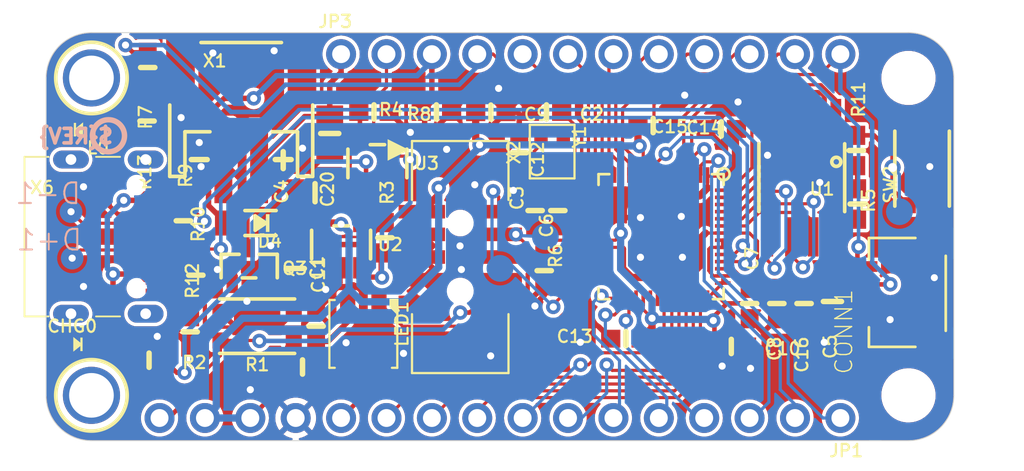
<source format=kicad_pcb>
(kicad_pcb (version 20221018) (generator pcbnew)
  (layers (0 "F.Cu" signal) (31 "B.Cu" signal) (34 "B.Paste" user) (35 "F.Paste" user) (36 "B.SilkS" user "B.Silkscreen") (37 "F.SilkS" user "F.Silkscreen") (38 "B.Mask" user) (39 "F.Mask" user) (44 "Edge.Cuts" user))
  (net 0 "")
  (net 1 "GND")
  (net 2 "MOSI")
  (net 3 "MISO")
  (net 4 "SCK")
  (net 5 "D24")
  (net 6 "A3")
  (net 7 "A2")
  (net 8 "A1")
  (net 9 "D11")
  (net 10 "D12")
  (net 11 "+3V3")
  (net 12 "VBUS")
  (net 13 "VBAT")
  (net 14 "N$2")
  (net 15 "D13")
  (net 16 "A0")
  (net 17 "N$1")
  (net 18 "N$3")
  (net 19 "N$4")
  (net 20 "SCL")
  (net 21 "SDA")
  (net 22 "D9")
  (net 23 "NEOPIX")
  (net 24 "D6")
  (net 25 "D5")
  (net 26 "D10")
  (net 27 "D+")
  (net 28 "D-")
  (net 29 "~{RESET}")
  (net 30 "EN")
  (net 31 "VHI")
  (net 32 "QSPI_DATA[0]")
  (net 33 "QSPI_DATA[1]")
  (net 34 "QSPI_SCK")
  (net 35 "QSPI_CS")
  (net 36 "QSPI_DATA[3]")
  (net 37 "QSPI_DATA[2]")
  (net 38 "D4")
  (net 39 "CC1")
  (net 40 "CC2")
  (net 41 "1.2V")
  (net 42 "SWCLK")
  (net 43 "SWDIO")
  (net 44 "TX")
  (net 45 "RX")
  (net 46 "N$5")
  (net 47 "N$6")
  (net 48 "D25")
  (net 49 "N$7")
  (net 50 "USB_D+")
  (net 51 "USB_D-")
  (net 52 "USBBOOT")
  (footprint "working:0805-NO" (layer "F.Cu") (at 167.1066 108.6358 -90)
    (fp_text reference "C5")
    (fp_text value "10uF")
  )
  (footprint "working:0603-NO" (layer "F.Cu") (at 150.9776 106.9086 90)
    (fp_text reference "C6")
    (fp_text value "0.1uF")
  )
  (footprint "working:JST_SH4" (layer "F.Cu") (at 171.3611 108.1786 90)
    (fp_text reference "CONN1")
    (fp_text value "STEMMA_I2C_QT" hide)
  )
  (footprint "working:0603-NO" (layer "F.Cu") (at 147.9931 98.0313)
    (fp_text reference "C9")
    (fp_text value "0.1uF")
  )
  (footprint "working:1X16_ROUND" (layer "F.Cu") (at 148.5011 115.1636 180)
    (fp_text reference "JP1")
    (fp_text value "")
  )
  (footprint "working:CRYSTAL_2.5X2" (layer "F.Cu") (at 151.4221 100.2411 -90)
    (fp_text reference "Y1")
    (fp_text value "12MHZ")
  )
  (footprint "working:2X05_1.27MM_BOX_POSTS" (layer "F.Cu") (at 146.2786 106.1466 -90)
    (fp_text reference "X2")
    (fp_text value "")
  )
  (footprint "working:0603-NO" (layer "F.Cu") (at 168.4909 103.1748 -90)
    (fp_text reference "R5")
    (fp_text value "10K")
  )
  (footprint "working:0603-NO" (layer "F.Cu") (at 141.4526 98.0186)
    (fp_text reference "R8")
    (fp_text value "5.1K")
  )
  (footprint "working:SOT23-5@1" (layer "F.Cu") (at 139.6111 105.4481)
    (fp_text reference "U2")
    (fp_text value "AP2112-3.3")
  )
  (footprint "working:USB_C_CUSB31-CFM2AX-01-X" (layer "F.Cu") (at 125.7046 105.0036 -90)
    (fp_text reference "X6")
    (fp_text value "USB Type C")
  )
  (footprint "working:1X12_ROUND" (layer "F.Cu") (at 153.5811 94.7801)
    (fp_text reference "JP3")
    (fp_text value "")
  )
  (footprint "working:SOIC8_208MIL" (layer "F.Cu") (at 165.3921 101.7016 180)
    (fp_text reference "U1")
    (fp_text value "2MB Flash")
  )
  (footprint "working:0603-NO" (layer "F.Cu") (at 160.8836 98.9711 180)
    (fp_text reference "C15")
    (fp_text value "0.1uF")
  )
  (footprint "working:MOUNTINGHOLE_2.5_PLATED" (layer "F.Cu") (at 125.6411 96.1136 -90)
    (fp_text reference "U$31" hide)
    (fp_text value "MOUNTINGHOLE2.5" hide)
  )
  (footprint "working:SOT23-R" (layer "F.Cu") (at 134.4676 106.6546)
    (fp_text reference "Q3")
    (fp_text value "DMG341")
  )
  (footprint "working:0603-NO" (layer "F.Cu") (at 138.2141 110.0201 90)
    (fp_text reference "C11")
    (fp_text value "0.1uF")
  )
  (footprint "working:0603-NO" (layer "F.Cu") (at 131.1656 110.3376 90)
    (fp_text reference "R12")
    (fp_text value "5.1K")
  )
  (footprint "working:0603-NO" (layer "F.Cu") (at 137.4521 112.3061 180)
    (fp_text reference "R1")
    (fp_text value "10K")
  )
  (footprint "working:0805-NO" (layer "F.Cu") (at 138.9761 99.2251 -90)
    (fp_text reference "C20")
    (fp_text value "10µF")
  )
  (footprint "working:0805-NO" (layer "F.Cu") (at 137.0476 106.7866 -90)
    (fp_text reference "C1")
    (fp_text value "10µF")
  )
  (footprint "working:RP2040_TOP" (layer "F.Cu") (at 123.1011 116.4336)
    (fp_text reference "U$43" hide)
    (fp_text value "" hide)
  )
  (footprint "working:0603-NO" (layer "F.Cu") (at 128.8669 111.9251)
    (fp_text reference "R2")
    (fp_text value "10K")
  )
  (footprint "working:0603-NO" (layer "F.Cu") (at 131.4831 107.1626 90)
    (fp_text reference "R10")
    (fp_text value "27")
  )
  (footprint "working:0603-NO" (layer "F.Cu") (at 144.9451 98.0186 180)
    (fp_text reference "R4")
    (fp_text value "10K")
  )
  (footprint "working:0603-NO" (layer "F.Cu") (at 168.4401 100.1776 90)
    (fp_text reference "R11")
    (fp_text value "1K")
  )
  (footprint "working:MOUNTINGHOLE_2.5_PLATED" (layer "F.Cu") (at 125.6411 113.8936 -90)
    (fp_text reference "U$32" hide)
    (fp_text value "MOUNTINGHOLE2.5" hide)
  )
  (footprint "" (layer "F.Cu") (at 171.3611 96.1136)
    (fp_text reference "@HOLE0" hide)
    (fp_text value "")
  )
  (footprint "working:0603-NO" (layer "F.Cu") (at 157.0736 98.7806)
    (fp_text reference "C14")
    (fp_text value "0.1uF")
  )
  (footprint "working:BTN_KMR2_4.6X2.8" (layer "F.Cu") (at 172.1231 101.1936 90)
    (fp_text reference "SW2")
    (fp_text value "KMR2")
  )
  (footprint "working:0603-NO" (layer "F.Cu") (at 149.5806 100.3046 -90)
    (fp_text reference "C3")
    (fp_text value "22pF")
  )
  (footprint "working:0603-NO" (layer "F.Cu") (at 155.5496 110.7186 180)
    (fp_text reference "C13")
    (fp_text value "0.1uF")
  )
  (footprint "working:0603-NO" (layer "F.Cu") (at 142.0622 105.0671 90)
    (fp_text reference "R3")
    (fp_text value "10K")
  )
  (footprint "working:SOD-123" (layer "F.Cu") (at 135.1026 104.2416 180)
    (fp_text reference "D4")
    (fp_text value "MBR540")
  )
  (footprint "working:BTN_KMR2_4.6X2.8" (layer "F.Cu") (at 134.9121 110.0201 180)
    (fp_text reference "SW1" hide)
    (fp_text value "KMR2" hide)
  )
  (footprint "working:0603-NO" (layer "F.Cu") (at 128.7907 95.5294 -90)
    (fp_text reference "R7")
    (fp_text value "10K")
  )
  (footprint "working:0603-NO" (layer "F.Cu") (at 150.4696 103.5431 90)
    (fp_text reference "C12")
    (fp_text value "0.1uF")
  )
  (footprint "working:0805-NO" (layer "F.Cu") (at 138.1541 102.5421 180)
    (fp_text reference "C4")
    (fp_text value "10µF")
  )
  (footprint "working:FIDUCIAL_1MM" (layer "F.Cu") (at 169.5033 115.6646 -90)
    (fp_text reference "U$35" hide)
    (fp_text value "FIDUCIAL_1MM" hide)
  )
  (footprint "working:LED3535" (layer "F.Cu") (at 140.8557 110.4519 -90)
    (fp_text reference "LED1")
    (fp_text value "WS2812B3535")
  )
  (footprint "working:0603-NO" (layer "F.Cu") (at 161.447393 111.155397)
    (fp_text reference "C10")
    (fp_text value "1uF")
  )
  (footprint "working:0603-NO" (layer "F.Cu") (at 151.7396 103.5431 -90)
    (fp_text reference "R6")
    (fp_text value "1K")
  )
  (footprint "working:SOT23-5" (layer "F.Cu") (at 141.6431 100.9015)
    (fp_text reference "U3")
    (fp_text value "MCP73831T-2ACI/OT")
  )
  (footprint "working:QFN56_7MM_REDUCEDEPAD" (layer "F.Cu") (at 157.5181 105.0036 -90)
    (fp_text reference "IC1" hide)
    (fp_text value "RP2040_QFN56" hide)
  )
  (footprint "" (layer "F.Cu") (at 171.3611 113.8936)
    (fp_text reference "@HOLE1" hide)
    (fp_text value "")
  )
  (footprint "working:CHIPLED_0603_NOOUTLINE" (layer "F.Cu") (at 124.9206 99.0111 90)
    (fp_text reference "L0")
    (fp_text value "RED")
  )
  (footprint "working:CHIPLED_0603_NOOUTLINE" (layer "F.Cu") (at 124.8791 111.0361 -90)
    (fp_text reference "CHG0")
    (fp_text value "ORANGE")
  )
  (footprint "working:0603-NO" (layer "F.Cu") (at 128.7526 98.5266 -90)
    (fp_text reference "R13")
    (fp_text value "5.1K")
  )
  (footprint "working:0603-NO" (layer "F.Cu") (at 151.1046 98.0186)
    (fp_text reference "C2")
    (fp_text value "22pF")
  )
  (footprint "working:FIDUCIAL_1MM" (layer "F.Cu") (at 133.8961 95.9866 -90)
    (fp_text reference "U$34" hide)
    (fp_text value "FIDUCIAL_1MM" hide)
  )
  (footprint "working:0603-NO" (layer "F.Cu") (at 163.9951 108.7501 -90)
    (fp_text reference "C8")
    (fp_text value "1uF")
  )
  (footprint "working:0603-NO" (layer "F.Cu") (at 162.4711 108.7501 90)
    (fp_text reference "C7")
    (fp_text value "0.1uF")
  )
  (footprint "working:0603-NO" (layer "F.Cu") (at 165.5191 108.7501 -90)
    (fp_text reference "C16")
    (fp_text value "0.1uF")
  )
  (footprint "working:JSTPH2_BATT" (layer "F.Cu") (at 134.0231 97.1296)
    (fp_text reference "X1")
    (fp_text value "JSTPH")
  )
  (footprint "working:0603-NO" (layer "F.Cu") (at 130.7846 104.1146 90)
    (fp_text reference "R9")
    (fp_text value "27")
  )
  (footprint "working:RP2040_BOT" (layer "B.Cu") (at 173.9011 116.4336 180)
    (fp_text reference "U$1" hide)
    (fp_text value "" hide)
  )
  (footprint "working:TESTPOINT_ROUND_1.5MM_NO" (layer "B.Cu") (at 148.5011 106.7816 180)
    (fp_text reference "TP1" hide)
    (fp_text value "" hide)
  )
  (footprint "working:TESTPOINT_ROUND_1.5MM_NO" (layer "B.Cu") (at 151.0411 105.0036 180)
    (fp_text reference "TP2" hide)
    (fp_text value "" hide)
  )
  (footprint "working:B1,27" (layer "B.Cu") (at 124.5616 106.2101 180)
    (fp_text reference "D+1")
    (fp_text value "TPB1,27")
  )
  (footprint "working:B1,27" (layer "B.Cu") (at 124.4981 103.6066 180)
    (fp_text reference "D-1")
    (fp_text value "TPB1,27")
  )
  (footprint "working:TESTPOINT_ROUND_1.5MM_NO" (layer "B.Cu") (at 170.8531 103.6066 180)
    (fp_text reference "TP3" hide)
    (fp_text value "" hide)
  )
  (footprint "working:PCBFEAT-REV-040" (layer "B.Cu") (at 126.5936 99.3521 180)
    (fp_text reference "U$13" hide)
    (fp_text value "" hide)
  )
  (gr_arc (start 125.6411 116.4336) (mid 123.845049 115.689651) (end 123.1011 113.8936) (stroke (width 0.05)) (layer "Edge.Cuts"))
  (gr_line (start 171.3611 93.5736) (end 125.6411 93.5736) (stroke (width 0.05)) (layer "Edge.Cuts"))
  (gr_arc (start 173.9011 113.8936) (mid 173.157151 115.689651) (end 171.3611 116.4336) (stroke (width 0.05)) (layer "Edge.Cuts"))
  (gr_line (start 125.6411 116.4336) (end 171.3611 116.4336) (stroke (width 0.05)) (layer "Edge.Cuts"))
  (gr_arc (start 171.3611 93.5736) (mid 173.157151 94.317549) (end 173.9011 96.1136) (stroke (width 0.05)) (layer "Edge.Cuts"))
  (gr_arc (start 123.1011 96.1136) (mid 123.845049 94.317549) (end 125.6411 93.5736) (stroke (width 0.05)) (layer "Edge.Cuts"))
  (gr_line (start 123.1011 96.1136) (end 123.1011 113.8936) (stroke (width 0.05)) (layer "Edge.Cuts"))
  (gr_line (start 173.9011 113.8936) (end 173.9011 96.1136) (stroke (width 0.05)) (layer "Edge.Cuts"))
  (gr_text "" (at 134.5311 113.3856) (layer "F.SilkS") (effects (font (size 0.89408 0.89408) (thickness 0.12192))))
  (segment (start 154.0681 104.0036) (end 153.4966 104.0036) (width 0.1778) (layer "F.Cu") (net 1))
  (segment (start 129.2496 108.2036) (end 129.4761 108.2036) (width 0.3048) (layer "F.Cu") (net 1))
  (segment (start 129.4761 108.2036) (end 130.1128 108.8403) (width 0.3048) (layer "F.Cu") (net 1))
  (segment (start 132.8621 109.4106) (end 131.6613 110.6114) (width 0.3048) (layer "F.Cu") (net 1))
  (segment (start 152.9461 101.3206) (end 153.0731 101.1936) (width 0.1778) (layer "F.Cu") (net 1))
  (segment (start 157.4292 105.0036) (end 156.3624 103.9368) (width 0.3048) (layer "F.Cu") (net 1))
  (segment (start 155.2779 103.9368) (end 155.2111 104.0036) (width 0.3048) (layer "F.Cu") (net 1))
  (segment (start 153.0731 101.1936) (end 153.0731 98.3996) (width 0.1778) (layer "F.Cu") (net 1))
  (segment (start 139.5476 107.5737) (end 139.2936 107.8277) (width 0.3048) (layer "F.Cu") (net 1))
  (segment (start 130.1128 108.8403) (end 130.1128 109.8227) (width 0.3048) (layer "F.Cu") (net 1))
  (segment (start 139.5476 106.8117) (end 139.5476 107.5737) (width 0.3048) (layer "F.Cu") (net 1))
  (segment (start 138.7475 107.9627) (end 138.7475 107.8277) (width 0.3048) (layer "F.Cu") (net 1))
  (segment (start 154.0681 104.0036) (end 155.2111 104.0036) (width 0.1778) (layer "F.Cu") (net 1))
  (segment (start 150.9776 108.284413) (end 150.7522 108.509813) (width 0.3048) (layer "F.Cu") (net 1))
  (segment (start 139.6111 106.7482) (end 139.5476 106.8117) (width 0.3048) (layer "F.Cu") (net 1))
  (segment (start 131.6613 110.6114) (end 129.3241 110.6114) (width 0.3048) (layer "F.Cu") (net 1))
  (segment (start 150.7522 108.5945) (end 150.4569 108.8898) (width 0.3048) (layer "F.Cu") (net 1))
  (segment (start 152.2476 96.7486) (end 149.459981 96.7486) (width 0.3048) (layer "F.Cu") (net 1))
  (segment (start 153.4966 104.0036) (end 152.9461 103.4531) (width 0.1778) (layer "F.Cu") (net 1))
  (segment (start 155.2779 103.9368) (end 156.3624 103.9368) (width 0.3048) (layer "F.Cu") (net 1))
  (segment (start 150.9776 107.7586) (end 150.9776 108.284413) (width 0.3048) (layer "F.Cu") (net 1))
  (segment (start 157.5181 105.0036) (end 157.4292 105.0036) (width 0.3048) (layer "F.Cu") (net 1))
  (segment (start 130.1128 109.8227) (end 129.3241 110.6114) (width 0.3048) (layer "F.Cu") (net 1))
  (segment (start 149.4663 98.0313) (end 148.8431 98.0313) (width 0.3048) (layer "F.Cu") (net 1))
  (segment (start 152.78735 98.11385) (end 152.78735 97.28835) (width 0.1778) (layer "F.Cu") (net 1))
  (segment (start 149.5806 98.1456) (end 149.4663 98.0313) (width 0.3048) (layer "F.Cu") (net 1))
  (segment (start 152.78735 97.28835) (end 152.2476 96.7486) (width 0.3048) (layer "F.Cu") (net 1))
  (segment (start 149.409181 96.6978) (end 148.4249 96.6978) (width 0.3048) (layer "F.Cu") (net 1))
  (segment (start 149.459981 96.7486) (end 149.409181 96.6978) (width 0.3048) (layer "F.Cu") (net 1))
  (segment (start 139.2936 107.8277) (end 138.7475 107.8277) (width 0.3048) (layer "F.Cu") (net 1))
  (segment (start 152.9461 103.4531) (end 152.9461 101.3206) (width 0.1778) (layer "F.Cu") (net 1))
  (segment (start 153.0096 97.5106) (end 152.78735 97.28835) (width 0.3048) (layer "F.Cu") (net 1))
  (segment (start 149.5806 99.4546) (end 149.5806 98.1456) (width 0.3048) (layer "F.Cu") (net 1))
  (segment (start 150.7522 108.509813) (end 150.7522 108.5945) (width 0.3048) (layer "F.Cu") (net 1))
  (segment (start 153.0731 98.3996) (end 152.78735 98.11385) (width 0.1778) (layer "F.Cu") (net 1))
  (segment (start 132.8621 109.2201) (end 132.8621 109.4106) (width 0.3048) (layer "F.Cu") (net 1))
  (via (at 131.6736 99.7331) (size 0.8064) (drill 0.4) (layers "F.Cu" "B.Cu") (net 1))
  (via (at 138.7475 107.9627) (size 0.8064) (drill 0.4) (layers "F.Cu" "B.Cu") (net 1))
  (via (at 162.5219 112.3823) (size 0.8064) (drill 0.4) (layers "F.Cu" "B.Cu") (net 1))
  (via (at 130.6576 98.3361) (size 0.8064) (drill 0.4) (layers "F.Cu" "B.Cu") (net 1))
  (via (at 129.3241 110.5916) (size 0.8064) (drill 0.4) (layers "F.Cu" "B.Cu") (net 1))
  (via (at 163.4744 100.4443) (size 0.8064) (drill 0.4) (layers "F.Cu" "B.Cu") (net 1))
  (via (at 143.1036 111.5441) (size 0.8064) (drill 0.4) (layers "F.Cu" "B.Cu") (net 1))
  (via (at 137.4521 100.0506) (size 0.8064) (drill 0.4) (layers "F.Cu" "B.Cu") (net 1))
  (via (at 160.9344 112.2553) (size 0.8064) (drill 0.4) (layers "F.Cu" "B.Cu") (net 1))
  (via (at 158.6484 103.8733) (size 0.8064) (drill 0.4) (layers "F.Cu" "B.Cu") (net 1))
  (via (at 134.3406 108.6231) (size 0.8064) (drill 0.4) (layers "F.Cu" "B.Cu") (net 1))
  (via (at 148.4249 96.6978) (size 0.8064) (drill 0.4) (layers "F.Cu" "B.Cu") (net 1))
  (via (at 147.0914 102.0953) (size 0.8064) (drill 0.4) (layers "F.Cu" "B.Cu") (net 1))
  (via (at 170.3324 109.6518) (size 0.8064) (drill 0.4) (layers "F.Cu" "B.Cu") (net 1))
  (via (at 158.7119 106.1593) (size 0.8064) (drill 0.4) (layers "F.Cu" "B.Cu") (net 1))
  (via (at 135.6741 105.5116) (size 0.8064) (drill 0.4) (layers "F.Cu" "B.Cu") (net 1))
  (via (at 143.4846 99.1616) (size 0.8064) (drill 0.4) (layers "F.Cu" "B.Cu") (net 1))
  (via (at 161.8234 97.4598) (size 0.8064) (drill 0.4) (layers "F.Cu" "B.Cu") (net 1))
  (via (at 145.5166 100.1141) (size 0.8064) (drill 0.4) (layers "F.Cu" "B.Cu") (net 1))
  (via (at 152.9969 110.9218) (size 0.8064) (drill 0.4) (layers "F.Cu" "B.Cu") (net 1))
  (via (at 146.3421 106.8451) (size 0.8064) (drill 0.4) (layers "F.Cu" "B.Cu") (net 1))
  (via (at 132.4356 94.7166) (size 0.8064) (drill 0.4) (layers "F.Cu" "B.Cu") (net 1))
  (via (at 166.3954 101.9683) (size 0.8064) (drill 0.4) (layers "F.Cu" "B.Cu") (net 1))
  (via (at 158.8389 97.0788) (size 0.8064) (drill 0.4) (layers "F.Cu" "B.Cu") (net 1))
  (via (at 147.9804 111.6838) (size 0.8064) (drill 0.4) (layers "F.Cu" "B.Cu") (net 1))
  (via (at 125.1966 102.2096) (size 0.8064) (drill 0.4) (layers "F.Cu" "B.Cu") (net 1))
  (via (at 149.2504 102.4128) (size 0.8064) (drill 0.4) (layers "F.Cu" "B.Cu") (net 1))
  (via (at 131.7752 101.0793) (size 0.8064) (drill 0.4) (layers "F.Cu" "B.Cu") (net 1))
  (via (at 166.6494 110.9218) (size 0.8064) (drill 0.4) (layers "F.Cu" "B.Cu") (net 1))
  (via (at 156.3624 103.9368) (size 0.8064) (drill 0.4) (layers "F.Cu" "B.Cu") (net 1))
  (via (at 134.5311 113.5761) (size 0.8064) (drill 0.4) (layers "F.Cu" "B.Cu") (net 1))
  (via (at 150.4569 108.8898) (size 0.8064) (drill 0.4) (layers "F.Cu" "B.Cu") (net 1))
  (via (at 172.5549 101.0793) (size 0.8001) (drill 0.3937) (layers "F.Cu" "B.Cu") (net 1))
  (via (at 139.8905 110.9472) (size 0.8064) (drill 0.4) (layers "F.Cu" "B.Cu") (net 1))
  (via (at 132.6896 106.8451) (size 0.8064) (drill 0.4) (layers "F.Cu" "B.Cu") (net 1))
  (via (at 156.3624 106.1593) (size 0.8064) (drill 0.4) (layers "F.Cu" "B.Cu") (net 1))
  (via (at 135.8646 94.5896) (size 0.8064) (drill 0.4) (layers "F.Cu" "B.Cu") (net 1))
  (via (at 146.2659 105.5243) (size 0.8064) (drill 0.4) (layers "F.Cu" "B.Cu") (net 1))
  (via (at 172.8089 107.3023) (size 0.8001) (drill 0.3937) (layers "F.Cu" "B.Cu") (net 1))
  (via (at 125.1966 107.7976) (size 0.8064) (drill 0.4) (layers "F.Cu" "B.Cu") (net 1))
  (segment (start 155.3181 108.4536) (end 155.3181 108.975469) (width 0.1778) (layer "F.Cu") (net 2))
  (segment (start 155.3181 108.975469) (end 154.9072 109.386369) (width 0.1778) (layer "F.Cu") (net 2))
  (segment (start 154.9072 109.386369) (end 154.3992 109.386369) (width 0.1778) (layer "F.Cu") (net 2))
  (via (at 154.3992 109.386369) (size 0.8064) (drill 0.4) (layers "F.Cu" "B.Cu") (net 2))
  (segment (start 157.8356 114.9096) (end 157.5816 115.1636) (width 0.1778) (layer "B.Cu") (net 2))
  (segment (start 157.8356 114.0206) (end 154.3992 110.5842) (width 0.1778) (layer "B.Cu") (net 2))
  (segment (start 157.5816 115.1636) (end 157.3911 115.1636) (width 0.1778) (layer "B.Cu") (net 2))
  (segment (start 157.8356 114.0206) (end 157.8356 114.9096) (width 0.1778) (layer "B.Cu") (net 2))
  (segment (start 154.3992 109.386369) (end 154.3992 110.5842) (width 0.1778) (layer "B.Cu") (net 2))
  (segment (start 155.7181 109.5341) (end 155.5496 109.7026) (width 0.1778) (layer "F.Cu") (net 3))
  (segment (start 155.7181 108.4536) (end 155.7181 109.5341) (width 0.1778) (layer "F.Cu") (net 3))
  (via (at 155.5496 109.7026) (size 0.8064) (drill 0.4) (layers "F.Cu" "B.Cu") (net 3))
  (segment (start 155.5496 109.7026) (end 155.5496 111.1631) (width 0.1778) (layer "B.Cu") (net 3))
  (segment (start 159.5501 115.1636) (end 155.5496 111.1631) (width 0.1778) (layer "B.Cu") (net 3))
  (segment (start 159.9311 115.1636) (end 159.5501 115.1636) (width 0.1778) (layer "B.Cu") (net 3))
  (segment (start 154.181287 108.324988) (end 154.3099 108.4536) (width 0.1778) (layer "F.Cu") (net 4))
  (segment (start 154.9181 108.4536) (end 154.3099 108.4536) (width 0.1778) (layer "F.Cu") (net 4))
  (via (at 154.181287 108.324988) (size 0.8064) (drill 0.4) (layers "F.Cu" "B.Cu") (net 4))
  (segment (start 155.189925 111.946425) (end 153.7293 110.4858) (width 0.1778) (layer "B.Cu") (net 4))
  (segment (start 155.189925 115.015275) (end 155.189925 111.946425) (width 0.1778) (layer "B.Cu") (net 4))
  (segment (start 153.7293 110.4858) (end 153.7293 108.6713) (width 0.1778) (layer "B.Cu") (net 4))
  (segment (start 155.0416 115.1636) (end 155.189925 115.015275) (width 0.1778) (layer "B.Cu") (net 4))
  (segment (start 153.7293 108.6713) (end 154.075612 108.324988) (width 0.1778) (layer "B.Cu") (net 4))
  (segment (start 155.0416 115.1636) (end 154.8511 115.1636) (width 0.1778) (layer "B.Cu") (net 4))
  (segment (start 154.075612 108.324988) (end 154.181287 108.324988) (width 0.1778) (layer "B.Cu") (net 4))
  (segment (start 157.6848 111.5092) (end 154.124 111.5092) (width 0.1778) (layer "F.Cu") (net 5))
  (segment (start 157.7181 108.4536) (end 157.6848 108.4869) (width 0.1778) (layer "F.Cu") (net 5))
  (segment (start 153.0096 112.1791) (end 153.454103 112.179097) (width 0.1778) (layer "F.Cu") (net 5))
  (segment (start 154.124 111.5092) (end 153.454103 112.179097) (width 0.1778) (layer "F.Cu") (net 5))
  (segment (start 157.6848 108.4869) (end 157.6848 111.5092) (width 0.1778) (layer "F.Cu") (net 5))
  (via (at 153.0096 112.1791) (size 0.8064) (drill 0.4) (layers "F.Cu" "B.Cu") (net 5))
  (segment (start 153.0096 112.1791) (end 152.8191 112.1791) (width 0.1778) (layer "B.Cu") (net 5))
  (segment (start 152.8191 112.1791) (end 149.8346 115.1636) (width 0.1778) (layer "B.Cu") (net 5))
  (segment (start 149.7711 115.1636) (end 149.8346 115.1636) (width 0.1778) (layer "B.Cu") (net 5))
  (segment (start 159.7181 112.7731) (end 158.4706 114.0206) (width 0.1778) (layer "F.Cu") (net 6))
  (segment (start 147.9931 114.0206) (end 147.2311 114.7826) (width 0.1778) (layer "F.Cu") (net 6))
  (segment (start 159.7181 108.4536) (end 159.7181 112.7731) (width 0.1778) (layer "F.Cu") (net 6))
  (segment (start 147.2311 114.7826) (end 147.2311 115.1636) (width 0.1778) (layer "F.Cu") (net 6))
  (segment (start 158.4706 114.0206) (end 147.9931 114.0206) (width 0.1778) (layer "F.Cu") (net 6))
  (segment (start 158.2801 113.6396) (end 146.2151 113.6396) (width 0.1778) (layer "F.Cu") (net 7))
  (segment (start 159.3181 112.6016) (end 158.2801 113.6396) (width 0.1778) (layer "F.Cu") (net 7))
  (segment (start 159.3181 108.4536) (end 159.3181 112.6016) (width 0.1778) (layer "F.Cu") (net 7))
  (segment (start 146.2151 113.6396) (end 144.6911 115.1636) (width 0.1778) (layer "F.Cu") (net 7))
  (segment (start 158.9181 112.4301) (end 158.0896 113.2586) (width 0.1778) (layer "F.Cu") (net 8))
  (segment (start 158.9181 108.4536) (end 158.9181 112.4301) (width 0.1778) (layer "F.Cu") (net 8))
  (segment (start 158.0896 113.2586) (end 144.0561 113.2586) (width 0.1778) (layer "F.Cu") (net 8))
  (segment (start 144.0561 113.2586) (end 142.1511 115.1636) (width 0.1778) (layer "F.Cu") (net 8))
  (segment (start 154.9181 101.207294) (end 154.2193 100.508494) (width 0.1778) (layer "F.Cu") (net 9))
  (segment (start 154.9181 101.5536) (end 154.9181 101.207294) (width 0.1778) (layer "F.Cu") (net 9))
  (segment (start 154.2193 96.6883) (end 154.2193 100.508494) (width 0.1778) (layer "F.Cu") (net 9))
  (segment (start 152.3111 94.7801) (end 154.2193 96.6883) (width 0.1778) (layer "F.Cu") (net 9))
  (segment (start 153.8383 96.8709) (end 152.8905 95.9231) (width 0.1778) (layer "F.Cu") (net 10))
  (segment (start 154.0681 101.1971) (end 154.0681 102.4036) (width 0.1778) (layer "F.Cu") (net 10))
  (segment (start 152.8905 95.9231) (end 150.9141 95.9231) (width 0.1778) (layer "F.Cu") (net 10))
  (segment (start 153.8383 96.8709) (end 153.8383 100.9673) (width 0.1778) (layer "F.Cu") (net 10))
  (segment (start 154.0681 101.1971) (end 153.8383 100.9673) (width 0.1778) (layer "F.Cu") (net 10))
  (segment (start 149.7711 94.7801) (end 150.9141 95.9231) (width 0.1778) (layer "F.Cu") (net 10))
  (segment (start 156.5181 109.0836) (end 156.5181 108.4536) (width 0.1778) (layer "F.Cu") (net 11))
  (segment (start 139.547606 104.2416) (end 139.6111 104.3051) (width 0.3048) (layer "F.Cu") (net 11))
  (segment (start 156.5181 102.4796) (end 156.7561 102.7176) (width 0.4064) (layer "F.Cu") (net 11))
  (segment (start 138.6611 104.148) (end 138.6611 102.9851) (width 0.4064) (layer "F.Cu") (net 11))
  (segment (start 156.2236 99.8356) (end 156.2236 98.7806) (width 0.4064) (layer "F.Cu") (net 11))
  (segment (start 156.5181 99.9236) (end 156.5181 101.5536) (width 0.1778) (layer "F.Cu") (net 11))
  (segment (start 167.1066 107.6858) (end 167.1701 107.6858) (width 0.4064) (layer "F.Cu") (net 11))
  (segment (start 160.2639 107.014069) (end 160.453431 107.2036) (width 0.1778) (layer "F.Cu") (net 11))
  (segment (start 138.6611 104.148) (end 138.7547 104.2416) (width 0.3048) (layer "F.Cu") (net 11))
  (segment (start 161.1299 108.7424) (end 164.6768 108.7424) (width 0.254) (layer "F.Cu") (net 11))
  (segment (start 168.1629 108.6786) (end 168.8471 108.6786) (width 0.4064) (layer "F.Cu") (net 11))
  (segment (start 156.5181 101.5536) (end 156.5181 102.4796) (width 0.1778) (layer "F.Cu") (net 11))
  (segment (start 160.9681 105.6036) (end 160.2836 105.6036) (width 0.1778) (layer "F.Cu") (net 11))
  (segment (start 139.547606 104.2416) (end 138.7547 104.2416) (width 0.4064) (layer "F.Cu") (net 11))
  (segment (start 160.1181 108.4536) (end 160.4796 108.0921) (width 0.1778) (layer "F.Cu") (net 11))
  (segment (start 160.968093 101.6171) (end 160.1816 101.6171) (width 0.1778) (layer "F.Cu") (net 11))
  (segment (start 138.2141 110.8701) (end 138.2141 112.2181) (width 0.254) (layer "F.Cu") (net 11))
  (segment (start 154.0681 105.2036) (end 151.0896 105.2036) (width 0.1778) (layer "F.Cu") (net 11))
  (segment (start 166.8923 107.9001) (end 167.1066 107.6858) (width 0.254) (layer "F.Cu") (net 11))
  (segment (start 161.6701 98.9711) (end 161.7336 98.9711) (width 0.1778) (layer "F.Cu") (net 11))
  (segment (start 157.0101 109.5756) (end 156.5181 109.0836) (width 0.1778) (layer "F.Cu") (net 11))
  (segment (start 160.5661 109.5756) (end 160.4391 109.7026) (width 0.254) (layer "F.Cu") (net 11))
  (segment (start 136.1821 113.5126) (end 137.1981 113.5126) (width 0.254) (layer "F.Cu") (net 11))
  (segment (start 161.1299 108.7424) (end 160.4796 108.0921) (width 0.254) (layer "F.Cu") (net 11))
  (segment (start 161.16935 108.78185) (end 160.5661 109.3851) (width 0.254) (layer "F.Cu") (net 11))
  (segment (start 160.1181 101.5536) (end 160.1816 101.6171) (width 0.1778) (layer "F.Cu") (net 11))
  (segment (start 160.597393 111.155397) (end 160.5026 110.932691) (width 0.254) (layer "F.Cu") (net 11))
  (segment (start 159.6771 102.7176) (end 160.1181 102.2766) (width 0.4064) (layer "F.Cu") (net 11))
  (segment (start 161.679481 100.905713) (end 161.679481 99.333525) (width 0.4064) (layer "F.Cu") (net 11))
  (segment (start 160.5026 109.7661) (end 160.4391 109.7026) (width 0.254) (layer "F.Cu") (net 11))
  (segment (start 160.5661 109.3851) (end 160.5661 109.5756) (width 0.254) (layer "F.Cu") (net 11))
  (segment (start 139.9807 108.7019) (end 139.9807 109.7775) (width 0.3048) (layer "F.Cu") (net 11))
  (segment (start 156.3116 99.9236) (end 156.5181 99.9236) (width 0.1778) (layer "F.Cu") (net 11))
  (segment (start 167.3606 105.8443) (end 167.1066 106.0983) (width 0.4064) (layer "F.Cu") (net 11))
  (segment (start 145.0721 102.6631) (end 144.1286 103.6066) (width 0.4064) (layer "F.Cu") (net 11))
  (segment (start 164.6768 108.7424) (end 165.5191 107.9001) (width 0.254) (layer "F.Cu") (net 11))
  (segment (start 160.1851 106.9086) (end 160.2639 106.9874) (width 0.1778) (layer "F.Cu") (net 11))
  (segment (start 161.16935 108.78185) (end 161.1299 108.7424) (width 0.254) (layer "F.Cu") (net 11))
  (segment (start 137.1981 113.5126) (end 138.3021 112.4086) (width 0.254) (layer "F.Cu") (net 11))
  (segment (start 151.0896 105.2036) (end 150.4696 104.5836) (width 0.1778) (layer "F.Cu") (net 11))
  (segment (start 160.968093 101.6171) (end 161.679481 100.905713) (width 0.4064) (layer "F.Cu") (net 11))
  (segment (start 160.4796 108.0921) (end 160.9681 107.6036) (width 0.1778) (layer "F.Cu") (net 11))
  (segment (start 150.4696 104.5836) (end 150.4696 104.3931) (width 0.1778) (layer "F.Cu") (net 11))
  (segment (start 156.7561 102.7176) (end 159.6771 102.7176) (width 0.4064) (layer "F.Cu") (net 11))
  (segment (start 138.6611 102.9851) (end 139.1041 102.5421) (width 0.3048) (layer "F.Cu") (net 11))
  (segment (start 160.453431 107.2036) (end 160.9681 107.2036) (width 0.1778) (layer "F.Cu") (net 11))
  (segment (start 168.4909 104.0248) (end 168.2889 104.0248) (width 0.4064) (layer "F.Cu") (net 11))
  (segment (start 165.5191 107.9001) (end 166.8923 107.9001) (width 0.254) (layer "F.Cu") (net 11))
  (segment (start 138.3021 112.4086) (end 138.3021 112.3061) (width 0.254) (layer "F.Cu") (net 11))
  (segment (start 160.1181 102.2766) (end 160.1181 101.5536) (width 0.1778) (layer "F.Cu") (net 11))
  (segment (start 160.5026 109.7661) (end 160.5026 110.932691) (width 0.254) (layer "F.Cu") (net 11))
  (segment (start 161.679481 99.333525) (end 161.493581 99.147622) (width 0.4064) (layer "F.Cu") (net 11))
  (segment (start 167.1066 107.6858) (end 167.1066 106.0983) (width 0.4064) (layer "F.Cu") (net 11))
  (segment (start 138.3021 112.3061) (end 138.2141 112.2181) (width 0.254) (layer "F.Cu") (net 11))
  (segment (start 156.3116 99.9236) (end 156.2236 99.8356) (width 0.4064) (layer "F.Cu") (net 11))
  (segment (start 157.0101 110.1081) (end 156.3996 110.7186) (width 0.4064) (layer "F.Cu") (net 11))
  (segment (start 155.2535 104.8131) (end 155.2535 104.9072) (width 0.1778) (layer "F.Cu") (net 11))
  (segment (start 157.0101 109.5756) (end 157.0101 110.1081) (width 0.4064) (layer "F.Cu") (net 11))
  (segment (start 160.9681 107.2036) (end 160.9681 107.6036) (width 0.1778) (layer "F.Cu") (net 11))
  (segment (start 138.8881 110.8701) (end 138.2141 110.8701) (width 0.3048) (layer "F.Cu") (net 11))
  (segment (start 155.2535 104.9072) (end 154.9571 105.2036) (width 0.1778) (layer "F.Cu") (net 11))
  (segment (start 147.1431 98.0313) (end 147.1431 99.6451) (width 0.4064) (layer "F.Cu") (net 11))
  (segment (start 168.2889 104.0248) (end 167.2971 105.0166) (width 0.4064) (layer "F.Cu") (net 11))
  (segment (start 154.0681 105.2036) (end 154.9571 105.2036) (width 0.1778) (layer "F.Cu") (net 11))
  (segment (start 160.2639 106.9874) (end 160.2639 107.014069) (width 0.1778) (layer "F.Cu") (net 11))
  (segment (start 160.1851 105.7021) (end 160.1851 106.9086) (width 0.1778) (layer "F.Cu") (net 11))
  (segment (start 167.3606 105.0801) (end 167.3606 105.8443) (width 0.4064) (layer "F.Cu") (net 11))
  (segment (start 160.2836 105.6036) (end 160.1851 105.7021) (width 0.1778) (layer "F.Cu") (net 11))
  (segment (start 160.9681 105.6036) (end 160.9681 105.2036) (width 0.2032) (layer "F.Cu") (net 11))
  (segment (start 167.3606 105.0801) (end 167.2971 105.0166) (width 0.4064) (layer "F.Cu") (net 11))
  (segment (start 147.1431 99.6451) (end 147.3581 99.8601) (width 0.3048) (layer "F.Cu") (net 11))
  (segment (start 139.9807 109.7775) (end 138.8881 110.8701) (width 0.3048) (layer "F.Cu") (net 11))
  (segment (start 134.5311 115.1636) (end 136.1821 113.5126) (width 0.254) (layer "F.Cu") (net 11))
  (segment (start 145.0721 102.2731) (end 145.0721 102.6631) (width 0.4064) (layer "F.Cu") (net 11))
  (segment (start 161.6701 98.9711) (end 161.493581 99.147622) (width 0.1778) (layer "F.Cu") (net 11))
  (segment (start 168.1629 108.6786) (end 167.1701 107.6858) (width 0.4064) (layer "F.Cu") (net 11))
  (via (at 156.3116 99.9236) (size 0.8064) (drill 0.4) (layers "F.Cu" "B.Cu") (net 11))
  (via (at 147.3581 99.8601) (size 0.8064) (drill 0.4) (layers "F.Cu" "B.Cu") (net 11))
  (via (at 155.2535 104.8131) (size 0.8064) (drill 0.4) (layers "F.Cu" "B.Cu") (net 11))
  (via (at 139.6111 104.3051) (size 0.8064) (drill 0.4) (layers "F.Cu" "B.Cu") (net 11))
  (via (at 145.0721 102.2731) (size 0.8064) (drill 0.4) (layers "F.Cu" "B.Cu") (net 11))
  (via (at 157.0101 109.5756) (size 0.8064) (drill 0.4) (layers "F.Cu" "B.Cu") (net 11))
  (via (at 160.4391 109.7026) (size 0.8064) (drill 0.4) (layers "F.Cu" "B.Cu") (net 11))
  (segment (start 143.13535 108.65485) (end 140.769118 108.65485) (width 0.4064) (layer "B.Cu") (net 11))
  (segment (start 132.6261 114.5286) (end 131.9911 115.1636) (width 0.4064) (layer "B.Cu") (net 11))
  (segment (start 143.13535 108.65485) (end 145.0721 106.7181) (width 0.4064) (layer "B.Cu") (net 11))
  (segment (start 138.4046 109.5756) (end 140.0556 107.9246) (width 0.4064) (layer "B.Cu") (net 11))
  (segment (start 140.0556 107.941332) (end 140.0556 107.9246) (width 0.3048) (layer "B.Cu") (net 11))
  (segment (start 160.3756 109.6391) (end 157.0101 109.6391) (width 0.4064) (layer "B.Cu") (net 11))
  (segment (start 157.0101 109.6391) (end 157.0101 109.5756) (width 0.1778) (layer "B.Cu") (net 11))
  (segment (start 145.0721 106.7181) (end 145.0721 102.2731) (width 0.4064) (layer "B.Cu") (net 11))
  (segment (start 155.3591 99.9236) (end 156.3116 99.9236) (width 0.4064) (layer "B.Cu") (net 11))
  (segment (start 157.0101 109.5756) (end 157.0101 108.577913) (width 0.4064) (layer "B.Cu") (net 11))
  (segment (start 160.4391 109.7026) (end 160.3756 109.6391) (width 0.4064) (layer "B.Cu") (net 11))
  (segment (start 134.5311 115.1636) (end 131.9911 115.1636) (width 0.4064) (layer "B.Cu") (net 11))
  (segment (start 155.2535 99.8601) (end 155.2956 99.8601) (width 0.1778) (layer "B.Cu") (net 11))
  (segment (start 157.0101 108.577913) (end 155.2535 106.821313) (width 0.4064) (layer "B.Cu") (net 11))
  (segment (start 140.0556 107.9246) (end 140.0556 104.7496) (width 0.4064) (layer "B.Cu") (net 11))
  (segment (start 147.3581 99.8601) (end 155.2535 99.8601) (width 0.4064) (layer "B.Cu") (net 11))
  (segment (start 155.3591 99.9236) (end 155.2956 99.8601) (width 0.4064) (layer "B.Cu") (net 11))
  (segment (start 132.6261 111.0361) (end 132.6261 114.5286) (width 0.4064) (layer "B.Cu") (net 11))
  (segment (start 134.0866 109.5756) (end 138.4046 109.5756) (width 0.4064) (layer "B.Cu") (net 11))
  (segment (start 155.2535 104.8131) (end 155.2535 99.8601) (width 0.4064) (layer "B.Cu") (net 11))
  (segment (start 140.0556 104.7496) (end 139.6111 104.3051) (width 0.4064) (layer "B.Cu") (net 11))
  (segment (start 134.0866 109.5756) (end 132.6261 111.0361) (width 0.4064) (layer "B.Cu") (net 11))
  (segment (start 147.3581 99.9871) (end 147.3581 99.8601) (width 0.4064) (layer "B.Cu") (net 11))
  (segment (start 145.0721 102.2731) (end 147.3581 99.9871) (width 0.4064) (layer "B.Cu") (net 11))
  (segment (start 140.769118 108.65485) (end 140.0556 107.941332) (width 0.4064) (layer "B.Cu") (net 11))
  (segment (start 155.2535 104.8131) (end 155.2535 106.821313) (width 0.4064) (layer "B.Cu") (net 11))
  (segment (start 144.2856 99.5426) (end 143.9093 99.9189) (width 0.3048) (layer "F.Cu") (net 12))
  (segment (start 132.07055 102.348338) (end 132.1929 102.470688) (width 0.3048) (layer "F.Cu") (net 12))
  (segment (start 129.2496 102.6036) (end 128.656625 102.6036) (width 0.3048) (layer "F.Cu") (net 12))
  (segment (start 133.2526 104.2416) (end 133.2526 104.3466) (width 0.3048) (layer "F.Cu") (net 12))
  (segment (start 130.7846 102.348338) (end 132.07055 102.348338) (width 0.3048) (layer "F.Cu") (net 12))
  (segment (start 143.9093 99.9189) (end 142.9106 99.9189) (width 0.3048) (layer "F.Cu") (net 12))
  (segment (start 144.6911 94.7801) (end 144.6911 97.4226) (width 0.3048) (layer "F.Cu") (net 12))
  (segment (start 144.0951 98.0186) (end 144.2856 98.2091) (width 0.3048) (layer "F.Cu") (net 12))
  (segment (start 130.7846 99.5426) (end 130.7846 102.348338) (width 0.3048) (layer "F.Cu") (net 12))
  (segment (start 133.1604 104.2416) (end 133.2526 104.2416) (width 0.3048) (layer "F.Cu") (net 12))
  (segment (start 128.656625 107.4036) (end 129.2496 107.4036) (width 0.3048) (layer "F.Cu") (net 12))
  (segment (start 125.5776 110.2741) (end 124.5736 110.2741) (width 0.3048) (layer "F.Cu") (net 12))
  (segment (start 142.9106 99.9189) (end 142.5931 99.6014) (width 0.3048) (layer "F.Cu") (net 12))
  (segment (start 130.034337 102.348338) (end 130.7846 102.348338) (width 0.3048) (layer "F.Cu") (net 12))
  (segment (start 124.5736 110.2741) (end 124.1291 110.7186) (width 0.3048) (layer "F.Cu") (net 12))
  (segment (start 144.2856 98.2091) (end 144.2856 99.5426) (width 0.3048) (layer "F.Cu") (net 12))
  (segment (start 126.8476 107.0991) (end 128.352125 107.0991) (width 0.3048) (layer "F.Cu") (net 12))
  (segment (start 132.1929 102.470688) (end 132.1929 103.266375) (width 0.3048) (layer "F.Cu") (net 12))
  (segment (start 126.8476 109.0041) (end 126.8476 107.0991) (width 0.3048) (layer "F.Cu") (net 12))
  (segment (start 133.0706 97.2566) (end 130.7846 99.5426) (width 0.3048) (layer "F.Cu") (net 12))
  (segment (start 134.7216 97.2566) (end 133.0706 97.2566) (width 0.3048) (layer "F.Cu") (net 12))
  (segment (start 128.656625 107.4036) (end 128.352125 107.0991) (width 0.3048) (layer "F.Cu") (net 12))
  (segment (start 129.2496 102.6036) (end 129.779075 102.6036) (width 0.3048) (layer "F.Cu") (net 12))
  (segment (start 128.656625 102.6036) (end 128.290025 102.9702) (width 0.3048) (layer "F.Cu") (net 12))
  (segment (start 133.6446 104.7386) (end 133.2526 104.3466) (width 0.3048) (layer "F.Cu") (net 12))
  (segment (start 124.1291 111.0361) (end 124.1291 110.7186) (width 0.3048) (layer "F.Cu") (net 12))
  (segment (start 128.290025 102.9702) (end 127.4461 102.9702) (width 0.3048) (layer "F.Cu") (net 12))
  (segment (start 133.6446 107.5276) (end 133.5176 107.6546) (width 0.3048) (layer "F.Cu") (net 12))
  (segment (start 133.6446 104.7386) (end 133.6446 107.5276) (width 0.3048) (layer "F.Cu") (net 12))
  (segment (start 126.8476 109.0041) (end 125.5776 110.2741) (width 0.3048) (layer "F.Cu") (net 12))
  (segment (start 129.779075 102.6036) (end 130.034337 102.348338) (width 0.3048) (layer "F.Cu") (net 12))
  (segment (start 133.1604 104.233875) (end 133.1604 104.2416) (width 0.3048) (layer "F.Cu") (net 12))
  (segment (start 144.6911 97.4226) (end 144.0951 98.0186) (width 0.3048) (layer "F.Cu") (net 12))
  (segment (start 132.1929 103.266375) (end 133.1604 104.233875) (width 0.3048) (layer "F.Cu") (net 12))
  (via (at 134.7216 97.2566) (size 0.8064) (drill 0.4) (layers "F.Cu" "B.Cu") (net 12))
  (via (at 126.8476 107.0991) (size 0.8064) (drill 0.4) (layers "F.Cu" "B.Cu") (net 12))
  (via (at 127.4461 102.9702) (size 0.8064) (drill 0.4) (layers "F.Cu" "B.Cu") (net 12))
  (segment (start 143.8656 95.9866) (end 144.6911 95.1611) (width 0.3048) (layer "B.Cu") (net 12))
  (segment (start 126.5301 103.8862) (end 126.5301 106.7816) (width 0.3048) (layer "B.Cu") (net 12))
  (segment (start 127.4461 102.9702) (end 126.5301 103.8862) (width 0.3048) (layer "B.Cu") (net 12))
  (segment (start 126.5301 106.7816) (end 126.8476 107.0991) (width 0.3048) (layer "B.Cu") (net 12))
  (segment (start 134.7216 97.2566) (end 135.9916 95.9866) (width 0.3048) (layer "B.Cu") (net 12))
  (segment (start 135.9916 95.9866) (end 143.8656 95.9866) (width 0.3048) (layer "B.Cu") (net 12))
  (segment (start 144.6911 95.1611) (end 144.6911 94.7801) (width 0.3048) (layer "B.Cu") (net 12))
  (segment (start 139.6111 95.7986) (end 138.9761 96.4336) (width 0.3048) (layer "F.Cu") (net 13))
  (segment (start 140.0556 100.932575) (end 140.0556 103.033075) (width 0.3048) (layer "F.Cu") (net 13))
  (segment (start 135.0231 101.7651) (end 134.3406 102.4476) (width 0.3048) (layer "F.Cu") (net 13))
  (segment (start 140.0563 99.3553) (end 140.0563 100.931875) (width 0.3048) (layer "F.Cu") (net 13))
  (segment (start 134.3406 102.4476) (end 134.3406 105.5276) (width 0.3048) (layer "F.Cu") (net 13))
  (segment (start 140.184625 103.1621) (end 142.342075 103.1621) (width 0.3048) (layer "F.Cu") (net 13))
  (segment (start 135.0231 100.8296) (end 135.0231 101.7651) (width 0.3048) (layer "F.Cu") (net 13))
  (segment (start 140.0563 100.931875) (end 140.0556 100.932575) (width 0.3048) (layer "F.Cu") (net 13))
  (segment (start 142.5931 102.911075) (end 142.5931 102.2016) (width 0.3048) (layer "F.Cu") (net 13))
  (segment (start 135.0231 100.8296) (end 137.5776 98.2751) (width 0.3048) (layer "F.Cu") (net 13))
  (segment (start 138.9761 98.2751) (end 140.0563 99.3553) (width 0.3048) (layer "F.Cu") (net 13))
  (segment (start 142.342075 103.1621) (end 142.5931 102.911075) (width 0.3048) (layer "F.Cu") (net 13))
  (segment (start 139.6111 94.7801) (end 139.6111 95.7986) (width 0.3048) (layer "F.Cu") (net 13))
  (segment (start 137.5776 98.2751) (end 138.9761 98.2751) (width 0.3048) (layer "F.Cu") (net 13))
  (segment (start 138.9761 96.4336) (end 138.9761 98.2751) (width 0.3048) (layer "F.Cu") (net 13))
  (segment (start 140.0556 103.033075) (end 140.184625 103.1621) (width 0.3048) (layer "F.Cu") (net 13))
  (segment (start 134.4676 105.6546) (end 134.3406 105.5276) (width 0.3048) (layer "F.Cu") (net 13))
  (segment (start 128.6235 96.5466) (end 128.7907 96.3794) (width 0.254) (layer "F.Cu") (net 14))
  (segment (start 128.302262 96.5466) (end 125.837762 99.0111) (width 0.254) (layer "F.Cu") (net 14))
  (segment (start 128.302262 96.5466) (end 128.6235 96.5466) (width 0.254) (layer "F.Cu") (net 14))
  (segment (start 125.6706 99.0111) (end 125.837762 99.0111) (width 0.254) (layer "F.Cu") (net 14))
  (segment (start 128.7907 94.6794) (end 127.9534 94.6794) (width 0.254) (layer "F.Cu") (net 15))
  (segment (start 153.4541 102.102932) (end 153.3639 102.193132) (width 0.1778) (layer "F.Cu") (net 15))
  (segment (start 127.9534 94.6794) (end 127.5461 94.2721) (width 0.254) (layer "F.Cu") (net 15))
  (segment (start 152.6333 96.3041) (end 149.6441 96.3041) (width 0.1778) (layer "F.Cu") (net 15))
  (segment (start 154.0681 102.8036) (end 153.553431 102.8036) (width 0.1778) (layer "F.Cu") (net 15))
  (segment (start 152.6333 96.3041) (end 153.4541 97.1249) (width 0.1778) (layer "F.Cu") (net 15))
  (segment (start 149.6441 96.3041) (end 148.1201 94.7801) (width 0.1778) (layer "F.Cu") (net 15))
  (segment (start 153.3639 102.193132) (end 153.3639 102.614069) (width 0.1778) (layer "F.Cu") (net 15))
  (segment (start 148.1201 94.7801) (end 147.2311 94.7801) (width 0.1778) (layer "F.Cu") (net 15))
  (segment (start 153.553431 102.8036) (end 153.3639 102.614069) (width 0.1778) (layer "F.Cu") (net 15))
  (segment (start 153.4541 97.1249) (end 153.4541 102.102932) (width 0.1778) (layer "F.Cu") (net 15))
  (via (at 127.5461 94.2721) (size 0.8064) (drill 0.4) (layers "F.Cu" "B.Cu") (net 15))
  (segment (start 133.4516 98.0186) (end 129.7051 94.2721) (width 0.254) (layer "B.Cu") (net 15))
  (segment (start 146.2151 96.4946) (end 147.2311 95.4786) (width 0.254) (layer "B.Cu") (net 15))
  (segment (start 147.2311 95.4786) (end 147.2311 94.7801) (width 0.254) (layer "B.Cu") (net 15))
  (segment (start 134.9756 98.0186) (end 133.4516 98.0186) (width 0.254) (layer "B.Cu") (net 15))
  (segment (start 129.7051 94.2721) (end 127.5461 94.2721) (width 0.254) (layer "B.Cu") (net 15))
  (segment (start 134.9756 98.0186) (end 136.4996 96.4946) (width 0.254) (layer "B.Cu") (net 15))
  (segment (start 136.4996 96.4946) (end 146.2151 96.4946) (width 0.254) (layer "B.Cu") (net 15))
  (segment (start 143.6116 112.8776) (end 142.5321 113.9571) (width 0.1778) (layer "F.Cu") (net 16))
  (segment (start 142.5321 113.9571) (end 140.8176 113.9571) (width 0.1778) (layer "F.Cu") (net 16))
  (segment (start 157.8991 112.8776) (end 143.6116 112.8776) (width 0.1778) (layer "F.Cu") (net 16))
  (segment (start 140.8176 113.9571) (end 139.6111 115.1636) (width 0.254) (layer "F.Cu") (net 16))
  (segment (start 158.5181 112.2586) (end 157.8991 112.8776) (width 0.1778) (layer "F.Cu") (net 16))
  (segment (start 158.5181 108.4536) (end 158.5181 112.2586) (width 0.1778) (layer "F.Cu") (net 16))
  (segment (start 126.280625 111.6711) (end 125.645631 111.0361) (width 0.254) (layer "F.Cu") (net 17))
  (segment (start 125.6291 111.0361) (end 125.645631 111.0361) (width 0.254) (layer "F.Cu") (net 17))
  (segment (start 127.7629 111.6711) (end 128.0169 111.9251) (width 0.254) (layer "F.Cu") (net 17))
  (segment (start 127.7629 111.6711) (end 126.280625 111.6711) (width 0.254) (layer "F.Cu") (net 17))
  (segment (start 141.0081 100.7999) (end 141.0081 101.589719) (width 0.254) (layer "F.Cu") (net 18))
  (segment (start 130.8481 112.6236) (end 130.4154 112.6236) (width 0.254) (layer "F.Cu") (net 18))
  (segment (start 140.6931 101.904719) (end 140.6931 102.2016) (width 0.254) (layer "F.Cu") (net 18))
  (segment (start 130.4154 112.6236) (end 129.7169 111.9251) (width 0.254) (layer "F.Cu") (net 18))
  (segment (start 141.0081 101.589719) (end 140.6931 101.904719) (width 0.254) (layer "F.Cu") (net 18))
  (via (at 130.8481 112.6236) (size 0.8064) (drill 0.4) (layers "F.Cu" "B.Cu") (net 18))
  (via (at 141.0081 100.7999) (size 0.8064) (drill 0.4) (layers "F.Cu" "B.Cu") (net 18))
  (segment (start 141.0081 100.7999) (end 138.0998 100.7999) (width 0.254) (layer "B.Cu") (net 18))
  (segment (start 134.6581 106.6546) (end 130.8481 110.4646) (width 0.254) (layer "B.Cu") (net 18))
  (segment (start 134.6581 104.2416) (end 138.0998 100.7999) (width 0.254) (layer "B.Cu") (net 18))
  (segment (start 134.6581 104.2416) (end 134.6581 106.6546) (width 0.254) (layer "B.Cu") (net 18))
  (segment (start 130.8481 110.4646) (end 130.8481 112.6236) (width 0.254) (layer "B.Cu") (net 18))
  (segment (start 140.6661 98.0821) (end 140.6661 99.5744) (width 0.254) (layer "F.Cu") (net 19))
  (segment (start 140.6026 98.0186) (end 140.6661 98.0821) (width 0.254) (layer "F.Cu") (net 19))
  (segment (start 140.6931 99.6014) (end 140.6661 99.5744) (width 0.254) (layer "F.Cu") (net 19))
  (segment (start 158.5371 100.222475) (end 158.5371 101.5346) (width 0.1778) (layer "F.Cu") (net 20))
  (segment (start 168.5671 105.5751) (end 168.502509 105.639691) (width 0.254) (layer "F.Cu") (net 20))
  (segment (start 164.0586 94.7801) (end 162.9156 95.9231) (width 0.1778) (layer "F.Cu") (net 20))
  (segment (start 158.5371 101.5346) (end 158.5181 101.5536) (width 0.1778) (layer "F.Cu") (net 20))
  (segment (start 168.908325 106.617375) (end 168.506187 106.227954) (width 0.254) (layer "F.Cu") (net 20))
  (segment (start 168.506187 106.227954) (end 168.502509 105.639691) (width 0.254) (layer "F.Cu") (net 20))
  (segment (start 168.8471 106.6786) (end 168.908325 106.617375) (width 0.254) (layer "F.Cu") (net 20))
  (segment (start 165.0111 94.7801) (end 164.0586 94.7801) (width 0.1778) (layer "F.Cu") (net 20))
  (segment (start 162.9156 95.9231) (end 161.128112 95.9231) (width 0.1778) (layer "F.Cu") (net 20))
  (segment (start 161.128112 95.9231) (end 158.7849 98.266313) (width 0.1778) (layer "F.Cu") (net 20))
  (segment (start 158.7849 98.266313) (end 158.7849 99.974675) (width 0.1778) (layer "F.Cu") (net 20))
  (segment (start 158.7849 99.974675) (end 158.5371 100.222475) (width 0.1778) (layer "F.Cu") (net 20))
  (via (at 168.5671 105.5751) (size 0.8064) (drill 0.4) (layers "F.Cu" "B.Cu") (net 20))
  (segment (start 165.0111 95.2881) (end 165.0111 94.7801) (width 0.2032) (layer "B.Cu") (net 20))
  (segment (start 168.5671 105.5751) (end 168.5671 98.8441) (width 0.2032) (layer "B.Cu") (net 20))
  (segment (start 168.5671 98.8441) (end 165.0111 95.2881) (width 0.2032) (layer "B.Cu") (net 20))
  (segment (start 166.4081 95.9231) (end 163.4871 95.9231) (width 0.1778) (layer "F.Cu") (net 21))
  (segment (start 170.1251 107.6706) (end 170.1171 107.6786) (width 0.254) (layer "F.Cu") (net 21))
  (segment (start 158.9181 100.380294) (end 159.2294 100.068994) (width 0.1778) (layer "F.Cu") (net 21))
  (segment (start 159.2294 100.068994) (end 159.2294 98.360632) (width 0.1778) (layer "F.Cu") (net 21))
  (segment (start 158.9181 101.5536) (end 158.9181 100.380294) (width 0.1778) (layer "F.Cu") (net 21))
  (segment (start 166.4081 95.9231) (end 167.5511 94.7801) (width 0.1778) (layer "F.Cu") (net 21))
  (segment (start 159.2294 98.360632) (end 161.285931 96.3041) (width 0.1778) (layer "F.Cu") (net 21))
  (segment (start 170.1171 107.6786) (end 168.8471 107.6786) (width 0.254) (layer "F.Cu") (net 21))
  (segment (start 170.3451 107.6706) (end 170.1251 107.6706) (width 0.254) (layer "F.Cu") (net 21))
  (segment (start 161.285931 96.3041) (end 163.1061 96.3041) (width 0.1778) (layer "F.Cu") (net 21))
  (segment (start 163.1061 96.3041) (end 163.4871 95.9231) (width 0.1778) (layer "F.Cu") (net 21))
  (via (at 170.3451 107.6706) (size 0.8064) (drill 0.4) (layers "F.Cu" "B.Cu") (net 21))
  (segment (start 169.3291 98.5901) (end 169.329103 106.464107) (width 0.254) (layer "B.Cu") (net 21))
  (segment (start 170.3451 107.480104) (end 169.329103 106.464107) (width 0.254) (layer "B.Cu") (net 21))
  (segment (start 167.5511 94.7801) (end 167.5511 96.8121) (width 0.254) (layer "B.Cu") (net 21))
  (segment (start 170.3451 107.480104) (end 170.3451 107.6706) (width 0.254) (layer "B.Cu") (net 21))
  (segment (start 167.5511 96.8121) (end 169.3291 98.5901) (width 0.254) (layer "B.Cu") (net 21))
  (segment (start 156.7561 94.7801) (end 157.3911 94.7801) (width 0.1778) (layer "F.Cu") (net 22))
  (segment (start 156.7561 94.7801) (end 154.9813 96.5549) (width 0.1778) (layer "F.Cu") (net 22))
  (segment (start 154.9813 100.1173) (end 155.7181 100.8541) (width 0.1778) (layer "F.Cu") (net 22))
  (segment (start 155.7181 100.8541) (end 155.7181 101.5536) (width 0.1778) (layer "F.Cu") (net 22))
  (segment (start 154.9813 96.5549) (end 154.9813 100.1173) (width 0.1778) (layer "F.Cu") (net 22))
  (segment (start 152.6286 109.290782) (end 151.899281 110.0201) (width 0.1778) (layer "F.Cu") (net 23))
  (segment (start 153.082918 107.1846) (end 152.6286 107.638919) (width 0.1778) (layer "F.Cu") (net 23))
  (segment (start 153.082918 107.1846) (end 154.0491 107.1846) (width 0.1778) (layer "F.Cu") (net 23))
  (segment (start 154.0491 107.1846) (end 154.0681 107.2036) (width 0.1778) (layer "F.Cu") (net 23))
  (segment (start 152.6286 107.638919) (end 152.6286 109.290782) (width 0.1778) (layer "F.Cu") (net 23))
  (segment (start 143.0489 110.0201) (end 141.7307 108.7019) (width 0.1778) (layer "F.Cu") (net 23))
  (segment (start 151.899281 110.0201) (end 143.0489 110.0201) (width 0.1778) (layer "F.Cu") (net 23))
  (segment (start 158.9786 94.7801) (end 159.9311 94.7801) (width 0.1778) (layer "F.Cu") (net 24))
  (segment (start 156.3751 96.8121) (end 156.9466 96.8121) (width 0.1778) (layer "F.Cu") (net 24))
  (segment (start 156.3751 96.8121) (end 155.3623 97.8249) (width 0.1778) (layer "F.Cu") (net 24))
  (segment (start 155.3623 99.9268) (end 156.1181 100.6826) (width 0.1778) (layer "F.Cu") (net 24))
  (segment (start 155.3623 97.8249) (end 155.3623 99.9268) (width 0.1778) (layer "F.Cu") (net 24))
  (segment (start 158.9786 94.7801) (end 156.9466 96.8121) (width 0.1778) (layer "F.Cu") (net 24))
  (segment (start 156.1181 100.6826) (end 156.1181 101.5536) (width 0.1778) (layer "F.Cu") (net 24))
  (segment (start 161.6456 94.7801) (end 162.4711 94.7801) (width 0.1778) (layer "F.Cu") (net 25))
  (segment (start 156.9181 101.5536) (end 156.9181 100.264488) (width 0.1778) (layer "F.Cu") (net 25))
  (segment (start 157.1194 97.5918) (end 158.8262 95.885) (width 0.1778) (layer "F.Cu") (net 25))
  (segment (start 161.6456 94.7801) (end 160.5407 95.885) (width 0.1778) (layer "F.Cu") (net 25))
  (segment (start 157.1194 100.063188) (end 157.1194 97.5918) (width 0.1778) (layer "F.Cu") (net 25))
  (segment (start 158.8262 95.885) (end 160.5407 95.885) (width 0.1778) (layer "F.Cu") (net 25))
  (segment (start 156.9181 100.264488) (end 157.1194 100.063188) (width 0.1778) (layer "F.Cu") (net 25))
  (segment (start 155.3181 101.5536) (end 155.3181 100.992919) (width 0.1778) (layer "F.Cu") (net 26))
  (segment (start 155.3181 100.992919) (end 154.6003 100.275119) (width 0.1778) (layer "F.Cu") (net 26))
  (segment (start 154.6003 100.275119) (end 154.6003 95.0309) (width 0.1778) (layer "F.Cu") (net 26))
  (segment (start 154.6003 95.0309) (end 154.8511 94.7801) (width 0.1778) (layer "F.Cu") (net 26))
  (segment (start 162.0901 105.5116) (end 161.899603 105.702097) (width 0.1778) (layer "F.Cu") (net 27))
  (segment (start 132.8816 105.699494) (end 131.993706 105.699494) (width 0.1778) (layer "F.Cu") (net 27))
  (segment (start 161.598093 106.0036) (end 161.899596 105.702097) (width 0.1778) (layer "F.Cu") (net 27))
  (segment (start 160.9681 106.0036) (end 161.598093 106.0036) (width 0.1778) (layer "F.Cu") (net 27))
  (segment (start 161.899603 105.702097) (end 161.899596 105.702097) (width 0.1778) (layer "F.Cu") (net 27))
  (segment (start 131.993706 105.699494) (end 131.4831 106.2101) (width 0.1778) (layer "F.Cu") (net 27))
  (segment (start 131.4831 106.3126) (end 131.4831 106.2101) (width 0.1778) (layer "F.Cu") (net 27))
  (via (at 162.0901 105.5116) (size 0.8064) (drill 0.4) (layers "F.Cu" "B.Cu") (net 27))
  (via (at 132.8816 105.699494) (size 0.8064) (drill 0.4) (layers "F.Cu" "B.Cu") (net 27))
  (segment (start 162.3441 105.3211) (end 162.344096 99.923604) (width 0.2032) (layer "B.Cu") (net 27))
  (segment (start 162.3441 105.3211) (end 162.1536 105.5116) (width 0.2032) (layer "B.Cu") (net 27))
  (segment (start 137.45209 98.33611) (end 160.756603 98.33611) (width 0.2032) (layer "B.Cu") (net 27))
  (segment (start 132.880134 105.70096) (end 132.8801 102.9081) (width 0.2032) (layer "B.Cu") (net 27))
  (segment (start 162.344096 99.923604) (end 160.756603 98.33611) (width 0.2032) (layer "B.Cu") (net 27))
  (segment (start 162.0901 105.5116) (end 162.1536 105.5116) (width 0.2032) (layer "B.Cu") (net 27))
  (segment (start 132.8816 105.699494) (end 132.880134 105.70096) (width 0.2032) (layer "B.Cu") (net 27))
  (segment (start 132.8801 102.9081) (end 137.45209 98.33611) (width 0.2032) (layer "B.Cu") (net 27))
  (segment (start 160.9681 106.4036) (end 162.0931 106.4036) (width 0.1778) (layer "F.Cu") (net 28))
  (segment (start 131.961906 104.143794) (end 131.082712 103.2646) (width 0.2032) (layer "F.Cu") (net 28))
  (segment (start 162.0931 106.4036) (end 162.2171 106.5276) (width 0.1778) (layer "F.Cu") (net 28))
  (segment (start 131.082712 103.2646) (end 130.7846 103.2646) (width 0.2032) (layer "F.Cu") (net 28))
  (via (at 162.2171 106.5276) (size 0.8064) (drill 0.4) (layers "F.Cu" "B.Cu") (net 28))
  (via (at 131.961906 104.143794) (size 0.8064) (drill 0.4) (layers "F.Cu" "B.Cu") (net 28))
  (segment (start 131.961906 103.175294) (end 131.961906 104.143794) (width 0.2032) (layer "B.Cu") (net 28))
  (segment (start 160.922762 97.8916) (end 137.2456 97.8916) (width 0.2032) (layer "B.Cu") (net 28))
  (segment (start 162.7886 106.0196) (end 162.2806 106.5276) (width 0.2032) (layer "B.Cu") (net 28))
  (segment (start 162.7886 99.757438) (end 160.922762 97.8916) (width 0.2032) (layer "B.Cu") (net 28))
  (segment (start 162.2171 106.5276) (end 162.2806 106.5276) (width 0.2032) (layer "B.Cu") (net 28))
  (segment (start 162.7886 106.0196) (end 162.7886 99.757438) (width 0.2032) (layer "B.Cu") (net 28))
  (segment (start 137.2456 97.8916) (end 131.961906 103.175294) (width 0.2032) (layer "B.Cu") (net 28))
  (segment (start 131.5856 112.9411) (end 131.5856 113.5371) (width 0.254) (layer "F.Cu") (net 29))
  (segment (start 136.6021 112.3061) (end 136.6021 111.1801) (width 0.254) (layer "F.Cu") (net 29))
  (segment (start 135.4581 110.8456) (end 135.4836 110.8201) (width 0.1778) (layer "F.Cu") (net 29))
  (segment (start 154.0681 106.8036) (end 152.9251 106.8036) (width 0.1778) (layer "F.Cu") (net 29))
  (segment (start 132.8621 110.8201) (end 132.8621 111.6646) (width 0.1778) (layer "F.Cu") (net 29))
  (segment (start 129.9591 115.1636) (end 131.5856 113.5371) (width 0.254) (layer "F.Cu") (net 29))
  (segment (start 152.2476 107.4811) (end 152.2476 109.1311) (width 0.1778) (layer "F.Cu") (net 29))
  (segment (start 146.2786 109.2581) (end 146.78419 109.2581) (width 0.254) (layer "F.Cu") (net 29))
  (segment (start 135.4836 110.8201) (end 136.9621 110.8201) (width 0.1778) (layer "F.Cu") (net 29))
  (segment (start 149.787 109.167288) (end 149.787 109.147) (width 0.1778) (layer "F.Cu") (net 29))
  (segment (start 147.790296 108.6866) (end 147.744606 108.6612) (width 0.254) (layer "F.Cu") (net 29))
  (segment (start 132.8621 111.6646) (end 131.5856 112.9411) (width 0.1778) (layer "F.Cu") (net 29))
  (segment (start 150.258812 109.6391) (end 149.787 109.167288) (width 0.1778) (layer "F.Cu") (net 29))
  (segment (start 149.787 109.147) (end 149.3266 108.6866) (width 0.1778) (layer "F.Cu") (net 29))
  (segment (start 135.0391 110.8456) (end 135.4581 110.8456) (width 0.1778) (layer "F.Cu") (net 29))
  (segment (start 152.2476 109.1311) (end 151.7396 109.6391) (width 0.1778) (layer "F.Cu") (net 29))
  (segment (start 147.744606 108.6612) (end 146.78419 109.2581) (width 0.254) (layer "F.Cu") (net 29))
  (segment (start 132.8621 110.8201) (end 135.4836 110.8201) (width 0.1778) (layer "F.Cu") (net 29))
  (segment (start 151.7396 109.6391) (end 150.258812 109.6391) (width 0.1778) (layer "F.Cu") (net 29))
  (segment (start 129.4511 115.1636) (end 129.9591 115.1636) (width 0.254) (layer "F.Cu") (net 29))
  (segment (start 152.9251 106.8036) (end 152.2476 107.4811) (width 0.1778) (layer "F.Cu") (net 29))
  (segment (start 136.6021 111.1801) (end 136.9621 110.8201) (width 0.254) (layer "F.Cu") (net 29))
  (segment (start 147.790296 108.6866) (end 148.4286 108.6866) (width 0.254) (layer "F.Cu") (net 29))
  (segment (start 149.3266 108.6866) (end 148.4286 108.6866) (width 0.1778) (layer "F.Cu") (net 29))
  (via (at 146.2786 109.2581) (size 0.8064) (drill 0.4) (layers "F.Cu" "B.Cu") (net 29))
  (via (at 135.0391 110.8456) (size 0.8064) (drill 0.4) (layers "F.Cu" "B.Cu") (net 29))
  (segment (start 138.9126 110.8456) (end 139.5476 110.2106) (width 0.254) (layer "B.Cu") (net 29))
  (segment (start 138.9126 110.8456) (end 135.0391 110.8456) (width 0.254) (layer "B.Cu") (net 29))
  (segment (start 145.3261 110.2106) (end 139.5476 110.2106) (width 0.254) (layer "B.Cu") (net 29))
  (segment (start 146.2786 109.2581) (end 145.3261 110.2106) (width 0.254) (layer "B.Cu") (net 29))
  (segment (start 141.8311 106.1482) (end 141.8311 107.2506) (width 0.254) (layer "F.Cu") (net 30))
  (segment (start 141.4349 100.012869) (end 141.917131 100.4951) (width 0.1778) (layer "F.Cu") (net 30))
  (segment (start 140.5611 106.7482) (end 141.0635 107.2506) (width 0.254) (layer "F.Cu") (net 30))
  (segment (start 143.2941 100.4951) (end 141.917131 100.4951) (width 0.1778) (layer "F.Cu") (net 30))
  (segment (start 143.4846 100.6856) (end 143.2941 100.4951) (width 0.1778) (layer "F.Cu") (net 30))
  (segment (start 140.5611 106.7482) (end 140.5611 107.2896) (width 0.254) (layer "F.Cu") (net 30))
  (segment (start 142.1511 94.7801) (end 142.1511 96.628432) (width 0.1778) (layer "F.Cu") (net 30))
  (segment (start 141.4349 97.344632) (end 141.4349 100.012869) (width 0.1778) (layer "F.Cu") (net 30))
  (segment (start 141.8311 106.1482) (end 142.0622 105.9171) (width 0.254) (layer "F.Cu") (net 30))
  (segment (start 141.8311 107.2506) (end 141.0635 107.2506) (width 0.254) (layer "F.Cu") (net 30))
  (segment (start 142.1511 96.628432) (end 141.4349 97.344632) (width 0.1778) (layer "F.Cu") (net 30))
  (segment (start 140.5611 107.2896) (end 141.8971 107.2896) (width 0.254) (layer "F.Cu") (net 30))
  (via (at 141.8971 107.2896) (size 0.8064) (drill 0.4) (layers "F.Cu" "B.Cu") (net 30))
  (via (at 143.4846 100.6856) (size 0.8064) (drill 0.4) (layers "F.Cu" "B.Cu") (net 30))
  (segment (start 143.4846 103.0986) (end 143.4846 100.6856) (width 0.254) (layer "B.Cu") (net 30))
  (segment (start 141.8971 104.6861) (end 143.4846 103.0986) (width 0.254) (layer "B.Cu") (net 30))
  (segment (start 141.8971 107.2896) (end 141.8971 104.6861) (width 0.254) (layer "B.Cu") (net 30))
  (segment (start 137.0476 105.8366) (end 136.9366 105.8366) (width 0.3048) (layer "F.Cu") (net 31))
  (segment (start 138.6611 105.4481) (end 140.7541 105.4481) (width 0.3048) (layer "F.Cu") (net 31))
  (segment (start 142.0622 104.2171) (end 141.9851 104.2171) (width 0.3048) (layer "F.Cu") (net 31))
  (segment (start 137.4361 105.4481) (end 137.0476 105.8366) (width 0.3048) (layer "F.Cu") (net 31))
  (segment (start 135.4176 107.6546) (end 135.4176 107.3556) (width 0.3048) (layer "F.Cu") (net 31))
  (segment (start 137.0476 105.8366) (end 137.0476 104.3366) (width 0.3048) (layer "F.Cu") (net 31))
  (segment (start 141.9851 104.2171) (end 140.7541 105.4481) (width 0.3048) (layer "F.Cu") (net 31))
  (segment (start 136.9366 105.8366) (end 135.4176 107.3556) (width 0.3048) (layer "F.Cu") (net 31))
  (segment (start 138.6611 106.7482) (end 138.6611 105.4481) (width 0.3048) (layer "F.Cu") (net 31))
  (segment (start 137.0476 104.3366) (end 136.9526 104.2416) (width 0.3048) (layer "F.Cu") (net 31))
  (segment (start 138.6611 105.4481) (end 137.4361 105.4481) (width 0.3048) (layer "F.Cu") (net 31))
  (segment (start 163.8681 106.7311) (end 163.4871 106.3501) (width 0.1778) (layer "F.Cu") (net 32))
  (segment (start 163.8681 106.7816) (end 163.8681 106.7311) (width 0.1778) (layer "F.Cu") (net 32))
  (segment (start 160.9681 103.6036) (end 161.9026 103.6036) (width 0.1778) (layer "F.Cu") (net 32))
  (segment (start 163.0426 102.4636) (end 164.5031 102.4636) (width 0.1778) (layer "F.Cu") (net 32))
  (segment (start 163.4871 105.0166) (end 163.4871 106.3501) (width 0.1778) (layer "F.Cu") (net 32))
  (segment (start 161.9026 103.6036) (end 163.0426 102.4636) (width 0.1778) (layer "F.Cu") (net 32))
  (via (at 164.5031 102.4636) (size 0.8001) (drill 0.3937) (layers "F.Cu" "B.Cu") (net 32))
  (via (at 163.8681 106.7816) (size 0.8001) (drill 0.3937) (layers "F.Cu" "B.Cu") (net 32))
  (segment (start 164.5031 102.4636) (end 164.5031 105.7021) (width 0.1778) (layer "B.Cu") (net 32))
  (segment (start 164.5031 105.7021) (end 163.8681 106.3371) (width 0.1778) (layer "B.Cu") (net 32))
  (segment (start 163.8681 106.7816) (end 163.8681 106.3371) (width 0.1778) (layer "B.Cu") (net 32))
  (segment (start 164.1554 96.9391) (end 165.3286 96.9391) (width 0.1778) (layer "F.Cu") (net 33))
  (segment (start 160.9681 102.8036) (end 161.574318 102.8036) (width 0.1778) (layer "F.Cu") (net 33))
  (segment (start 164.1554 101.1981) (end 164.1554 96.9391) (width 0.1778) (layer "F.Cu") (net 33))
  (segment (start 161.574318 102.8036) (end 163.083018 101.2949) (width 0.1778) (layer "F.Cu") (net 33))
  (segment (start 165.3286 96.9391) (end 166.0271 97.6376) (width 0.1778) (layer "F.Cu") (net 33))
  (segment (start 166.0271 97.6376) (end 166.0271 98.3866) (width 0.2032) (layer "F.Cu") (net 33))
  (segment (start 163.083018 101.2949) (end 164.0586 101.2949) (width 0.1778) (layer "F.Cu") (net 33))
  (segment (start 164.0586 101.2949) (end 164.1554 101.1981) (width 0.1778) (layer "F.Cu") (net 33))
  (segment (start 165.4556 106.7181) (end 164.7571 106.0196) (width 0.1778) (layer "F.Cu") (net 34))
  (segment (start 162.895768 103.1621) (end 162.054265 104.0036) (width 0.1778) (layer "F.Cu") (net 34))
  (segment (start 165.93185 103.1621) (end 166.05885 103.0351) (width 0.1778) (layer "F.Cu") (net 34))
  (segment (start 164.7571 105.0166) (end 164.7571 106.0196) (width 0.1778) (layer "F.Cu") (net 34))
  (segment (start 165.93185 103.1621) (end 162.895768 103.1621) (width 0.1778) (layer "F.Cu") (net 34))
  (segment (start 160.9681 104.0036) (end 162.054265 104.0036) (width 0.1778) (layer "F.Cu") (net 34))
  (via (at 165.4556 106.7181) (size 0.8001) (drill 0.3937) (layers "F.Cu" "B.Cu") (net 34))
  (via (at 166.05885 103.0351) (size 0.8001) (drill 0.3937) (layers "F.Cu" "B.Cu") (net 34))
  (segment (start 166.05885 103.0351) (end 166.05885 106.11485) (width 0.1778) (layer "B.Cu") (net 34))
  (segment (start 165.4556 106.7181) (end 166.05885 106.11485) (width 0.1778) (layer "B.Cu") (net 34))
  (segment (start 163.5506 96.4946) (end 166.4716 96.4946) (width 0.1778) (layer "F.Cu") (net 35))
  (segment (start 162.5981 97.4471) (end 163.5506 96.4946) (width 0.1778) (layer "F.Cu") (net 35))
  (segment (start 167.2971 97.3201) (end 166.4716 96.4946) (width 0.1778) (layer "F.Cu") (net 35))
  (segment (start 168.4528 101.0403) (end 168.4401 101.0276) (width 0.254) (layer "F.Cu") (net 35))
  (segment (start 162.5981 101.154604) (end 162.5981 97.4471) (width 0.1778) (layer "F.Cu") (net 35))
  (segment (start 167.2971 98.3866) (end 167.2971 97.3201) (width 0.1778) (layer "F.Cu") (net 35))
  (segment (start 167.4241 99.4791) (end 167.4241 99.8465) (width 0.254) (layer "F.Cu") (net 35))
  (segment (start 167.2971 98.3866) (end 167.2971 99.3521) (width 0.1778) (layer "F.Cu") (net 35))
  (segment (start 162.5981 101.154604) (end 161.349103 102.4036) (width 0.1778) (layer "F.Cu") (net 35))
  (segment (start 167.2971 99.3521) (end 167.4241 99.4791) (width 0.1778) (layer "F.Cu") (net 35))
  (segment (start 168.6814 101.1038) (end 168.7449 101.0403) (width 0.254) (layer "F.Cu") (net 35))
  (segment (start 160.9681 102.4036) (end 161.349103 102.4036) (width 0.1778) (layer "F.Cu") (net 35))
  (segment (start 167.4241 99.8465) (end 168.6814 101.1038) (width 0.254) (layer "F.Cu") (net 35))
  (segment (start 168.4909 101.2943) (end 168.6814 101.1038) (width 0.254) (layer "F.Cu") (net 35))
  (segment (start 168.4909 102.3248) (end 168.4909 101.2943) (width 0.254) (layer "F.Cu") (net 35))
  (segment (start 168.7449 101.0403) (end 168.4528 101.0403) (width 0.254) (layer "F.Cu") (net 35))
  (segment (start 166.0271 104.1781) (end 166.0271 105.0166) (width 0.1778) (layer "F.Cu") (net 36))
  (segment (start 162.259428 104.4036) (end 163.013128 103.6499) (width 0.1778) (layer "F.Cu") (net 36))
  (segment (start 160.9681 104.4036) (end 162.259428 104.4036) (width 0.1778) (layer "F.Cu") (net 36))
  (segment (start 163.013128 103.6499) (end 165.4989 103.6499) (width 0.1778) (layer "F.Cu") (net 36))
  (segment (start 165.4989 103.6499) (end 166.0271 104.1781) (width 0.1778) (layer "F.Cu") (net 36))
  (segment (start 164.7571 98.3866) (end 164.7571 101.6886) (width 0.2032) (layer "F.Cu") (net 37))
  (segment (start 163.2461 101.6886) (end 161.7311 103.2036) (width 0.1778) (layer "F.Cu") (net 37))
  (segment (start 164.7571 101.6886) (end 163.2461 101.6886) (width 0.2032) (layer "F.Cu") (net 37))
  (segment (start 160.9681 103.2036) (end 161.7311 103.2036) (width 0.1778) (layer "F.Cu") (net 37))
  (segment (start 157.3181 100.8221) (end 157.7721 100.3681) (width 0.1778) (layer "F.Cu") (net 38))
  (segment (start 157.3181 101.5536) (end 157.3181 100.8221) (width 0.1778) (layer "F.Cu") (net 38))
  (via (at 157.7721 100.3681) (size 0.8001) (drill 0.3937) (layers "F.Cu" "B.Cu") (net 38))
  (segment (start 167.5511 115.1636) (end 166.573668 115.1636) (width 0.1778) (layer "B.Cu") (net 38))
  (segment (start 160.999987 101.419) (end 160.7225 101.419) (width 0.1778) (layer "B.Cu") (net 38))
  (segment (start 160.7225 101.419) (end 160.7225 107.034185) (width 0.1778) (layer "B.Cu") (net 38))
  (segment (start 164.6301 113.220032) (end 164.6301 110.941785) (width 0.1778) (layer "B.Cu") (net 38))
  (segment (start 161.392396 101.026588) (end 160.999987 101.419) (width 0.1778) (layer "B.Cu") (net 38))
  (segment (start 161.392393 100.47161) (end 161.392396 101.026588) (width 0.1778) (layer "B.Cu") (net 38))
  (segment (start 160.364987 99.444204) (end 161.392393 100.47161) (width 0.1778) (layer "B.Cu") (net 38))
  (segment (start 160.364987 99.444204) (end 158.696 99.4442) (width 0.1778) (layer "B.Cu") (net 38))
  (segment (start 157.7721 100.3681) (end 158.696 99.4442) (width 0.1778) (layer "B.Cu") (net 38))
  (segment (start 160.7225 107.034185) (end 164.6301 110.941785) (width 0.1778) (layer "B.Cu") (net 38))
  (segment (start 166.573668 115.1636) (end 164.6301 113.220032) (width 0.1778) (layer "B.Cu") (net 38))
  (segment (start 126.6571 103.2891) (end 127.1216 103.7536) (width 0.254) (layer "F.Cu") (net 39))
  (segment (start 128.7526 99.3766) (end 127.5851 99.3766) (width 0.254) (layer "F.Cu") (net 39))
  (segment (start 126.6571 100.3046) (end 126.6571 103.2891) (width 0.254) (layer "F.Cu") (net 39))
  (segment (start 127.1216 103.7536) (end 129.2496 103.7536) (width 0.254) (layer "F.Cu") (net 39))
  (segment (start 127.5851 99.3766) (end 126.6571 100.3046) (width 0.254) (layer "F.Cu") (net 39))
  (segment (start 129.2496 106.7536) (end 129.2819 106.7213) (width 0.254) (layer "F.Cu") (net 40))
  (segment (start 129.9233 106.7213) (end 129.2819 106.7213) (width 0.254) (layer "F.Cu") (net 40))
  (segment (start 130.6576 108.6621) (end 130.2131 108.2176) (width 0.254) (layer "F.Cu") (net 40))
  (segment (start 130.2131 107.0111) (end 129.9233 106.7213) (width 0.254) (layer "F.Cu") (net 40))
  (segment (start 130.6576 108.6621) (end 130.6576 108.9796) (width 0.254) (layer "F.Cu") (net 40))
  (segment (start 131.1656 109.4876) (end 130.6576 108.9796) (width 0.254) (layer "F.Cu") (net 40))
  (segment (start 130.2131 107.0111) (end 130.2131 108.2176) (width 0.254) (layer "F.Cu") (net 40))
  (segment (start 162.461593 104.8036) (end 162.9156 105.257607) (width 0.1778) (layer "F.Cu") (net 41))
  (segment (start 154.0681 105.6036) (end 155.2606 105.6036) (width 0.1778) (layer "F.Cu") (net 41))
  (segment (start 155.2606 105.6036) (end 155.3591 105.7021) (width 0.4064) (layer "F.Cu") (net 41))
  (segment (start 162.4711 107.9001) (end 163.9951 107.9001) (width 0.1778) (layer "F.Cu") (net 41))
  (segment (start 154.0681 105.6036) (end 151.4326 105.6036) (width 0.1778) (layer "F.Cu") (net 41))
  (segment (start 155.8671 107.2896) (end 159.0421 107.2896) (width 0.4064) (layer "F.Cu") (net 41))
  (segment (start 159.0421 107.2896) (end 159.6771 106.6546) (width 0.4064) (layer "F.Cu") (net 41))
  (segment (start 151.4326 105.6036) (end 150.9776 106.0586) (width 0.1778) (layer "F.Cu") (net 41))
  (segment (start 160.0041 104.8036) (end 159.6771 105.1306) (width 0.4064) (layer "F.Cu") (net 41))
  (segment (start 155.3591 105.7021) (end 155.3591 106.7816) (width 0.4064) (layer "F.Cu") (net 41))
  (segment (start 162.5541 107.8171) (end 162.4711 107.9001) (width 0.1778) (layer "F.Cu") (net 41))
  (segment (start 162.9156 107.4556) (end 162.5541 107.8171) (width 0.1778) (layer "F.Cu") (net 41))
  (segment (start 162.9156 105.257607) (end 162.9156 107.4556) (width 0.1778) (layer "F.Cu") (net 41))
  (segment (start 159.6771 106.6546) (end 159.6771 105.1306) (width 0.4064) (layer "F.Cu") (net 41))
  (segment (start 161.5406 106.8036) (end 162.5541 107.8171) (width 0.1778) (layer "F.Cu") (net 41))
  (segment (start 155.3591 106.7816) (end 155.8671 107.2896) (width 0.4064) (layer "F.Cu") (net 41))
  (segment (start 160.9681 104.8036) (end 162.461593 104.8036) (width 0.1778) (layer "F.Cu") (net 41))
  (segment (start 160.9681 104.8036) (end 160.0041 104.8036) (width 0.1778) (layer "F.Cu") (net 41))
  (segment (start 160.9681 106.8036) (end 161.5406 106.8036) (width 0.1778) (layer "F.Cu") (net 41))
  (segment (start 150.0588 105.529132) (end 149.406268 104.8766) (width 0.1778) (layer "F.Cu") (net 42))
  (segment (start 150.0588 106.6298) (end 150.0588 105.529132) (width 0.1778) (layer "F.Cu") (net 42))
  (segment (start 151.5916 106.8926) (end 150.3216 106.8926) (width 0.1778) (layer "F.Cu") (net 42))
  (segment (start 152.4806 106.0036) (end 151.5916 106.8926) (width 0.1778) (layer "F.Cu") (net 42))
  (segment (start 148.4286 104.8766) (end 149.3901 104.8766) (width 0.1778) (layer "F.Cu") (net 42))
  (segment (start 154.0681 106.0036) (end 152.4806 106.0036) (width 0.1778) (layer "F.Cu") (net 42))
  (segment (start 150.3216 106.8926) (end 150.0588 106.6298) (width 0.1778) (layer "F.Cu") (net 42))
  (segment (start 149.406268 104.8766) (end 149.3901 104.8766) (width 0.1778) (layer "F.Cu") (net 42))
  (via (at 149.3901 104.8766) (size 0.8001) (drill 0.3937) (layers "F.Cu" "B.Cu") (net 42))
  (segment (start 149.4536 104.9401) (end 149.3901 104.8766) (width 0.1778) (layer "B.Cu") (net 42))
  (segment (start 151.0411 105.0036) (end 149.4536 104.9401) (width 0.1778) (layer "B.Cu") (net 42))
  (segment (start 151.4856 108.9406) (end 151.4856 108.8136) (width 0.1778) (layer "F.Cu") (net 43))
  (segment (start 152.7526 106.4036) (end 151.8666 107.2896) (width 0.1778) (layer "F.Cu") (net 43))
  (segment (start 151.8666 107.2896) (end 151.8666 108.4326) (width 0.1778) (layer "F.Cu") (net 43))
  (segment (start 151.8666 108.4326) (end 151.4856 108.8136) (width 0.1778) (layer "F.Cu") (net 43))
  (segment (start 154.0681 106.4036) (end 152.7526 106.4036) (width 0.1778) (layer "F.Cu") (net 43))
  (segment (start 148.4286 103.6066) (end 148.4286 102.772097) (width 0.1778) (layer "F.Cu") (net 43))
  (segment (start 148.4286 102.772097) (end 148.1201 102.4636) (width 0.1778) (layer "F.Cu") (net 43))
  (via (at 148.1201 102.4636) (size 0.8064) (drill 0.4) (layers "F.Cu" "B.Cu") (net 43))
  (via (at 151.4856 108.9406) (size 0.8064) (drill 0.4) (layers "F.Cu" "B.Cu") (net 43))
  (segment (start 148.1201 102.4636) (end 148.0566 102.5271) (width 0.1778) (layer "B.Cu") (net 43))
  (segment (start 148.0566 106.3371) (end 148.5011 106.7816) (width 0.1778) (layer "B.Cu") (net 43))
  (segment (start 148.0566 102.5271) (end 148.0566 106.3371) (width 0.1778) (layer "B.Cu") (net 43))
  (segment (start 151.4856 108.9406) (end 149.0726 106.5276) (width 0.1778) (layer "B.Cu") (net 43))
  (segment (start 149.0726 106.5276) (end 148.6916 106.5276) (width 0.1778) (layer "B.Cu") (net 43))
  (segment (start 148.5011 106.7816) (end 148.6916 106.5911) (width 0.1778) (layer "B.Cu") (net 43))
  (segment (start 148.6916 106.5276) (end 148.6916 106.5911) (width 0.1778) (layer "B.Cu") (net 43))
  (segment (start 159.7181 101.5536) (end 159.7371 101.5346) (width 0.1778) (layer "F.Cu") (net 44))
  (segment (start 160.659 100.8126) (end 159.944431 100.8126) (width 0.1778) (layer "F.Cu") (net 44))
  (segment (start 159.7371 101.5346) (end 159.7371 101.019932) (width 0.1778) (layer "F.Cu") (net 44))
  (segment (start 160.659 100.8126) (end 160.7225 100.7491) (width 0.1778) (layer "F.Cu") (net 44))
  (segment (start 159.944431 100.8126) (end 159.7371 101.019932) (width 0.1778) (layer "F.Cu") (net 44))
  (via (at 160.7225 100.7491) (size 0.8064) (drill 0.4) (layers "F.Cu" "B.Cu") (net 44))
  (segment (start 160.7225 100.7491) (end 160.3415 101.1301) (width 0.1778) (layer "B.Cu") (net 44))
  (segment (start 165.0746 115.1636) (end 165.0111 115.1636) (width 0.1778) (layer "B.Cu") (net 44))
  (segment (start 165.2016 115.0366) (end 165.0746 115.1636) (width 0.1778) (layer "B.Cu") (net 44))
  (segment (start 165.2016 114.5921) (end 164.1856 113.5761) (width 0.1778) (layer "B.Cu") (net 44))
  (segment (start 165.2016 114.5921) (end 165.2016 115.0366) (width 0.1778) (layer "B.Cu") (net 44))
  (segment (start 160.3415 101.1301) (end 160.3415 107.255504) (width 0.1778) (layer "B.Cu") (net 44))
  (segment (start 160.3415 107.255504) (end 164.1856 111.099604) (width 0.1778) (layer "B.Cu") (net 44))
  (segment (start 164.1856 111.099604) (end 164.1856 113.5761) (width 0.1778) (layer "B.Cu") (net 44))
  (segment (start 159.2991 100.538113) (end 159.2991 101.5346) (width 0.1778) (layer "F.Cu") (net 45))
  (segment (start 159.723112 100.1141) (end 159.2991 100.538113) (width 0.1778) (layer "F.Cu") (net 45))
  (segment (start 159.9311 100.1141) (end 159.723112 100.1141) (width 0.1778) (layer "F.Cu") (net 45))
  (segment (start 159.2991 101.5346) (end 159.3181 101.5536) (width 0.1778) (layer "F.Cu") (net 45))
  (via (at 159.9311 100.1141) (size 0.8064) (drill 0.4) (layers "F.Cu" "B.Cu") (net 45))
  (segment (start 162.4711 115.1636) (end 162.6616 115.1636) (width 0.1778) (layer "B.Cu") (net 45))
  (segment (start 159.9311 107.4801) (end 159.9311 100.1141) (width 0.1778) (layer "B.Cu") (net 45))
  (segment (start 163.5506 111.0996) (end 159.9311 107.4801) (width 0.1778) (layer "B.Cu") (net 45))
  (segment (start 163.5506 114.2746) (end 162.6616 115.1636) (width 0.1778) (layer "B.Cu") (net 45))
  (segment (start 163.5506 111.0996) (end 163.5506 114.2746) (width 0.1778) (layer "B.Cu") (net 45))
  (segment (start 153.2426 104.4036) (end 152.5143 103.6753) (width 0.1778) (layer "F.Cu") (net 46))
  (segment (start 151.9546 98.0186) (end 152.6921 98.7561) (width 0.1778) (layer "F.Cu") (net 46))
  (segment (start 152.5143 101.5333) (end 152.0471 101.0661) (width 0.1778) (layer "F.Cu") (net 46))
  (segment (start 152.5143 101.5333) (end 152.5143 103.6753) (width 0.1778) (layer "F.Cu") (net 46))
  (segment (start 152.6921 100.4211) (end 152.0471 101.0661) (width 0.1778) (layer "F.Cu") (net 46))
  (segment (start 152.6921 98.7561) (end 152.6921 100.4211) (width 0.1778) (layer "F.Cu") (net 46))
  (segment (start 154.0681 104.4036) (end 153.2426 104.4036) (width 0.1778) (layer "F.Cu") (net 46))
  (segment (start 149.5806 101.1546) (end 149.5806 101.305769) (width 0.1778) (layer "F.Cu") (net 47))
  (segment (start 150.7971 99.4161) (end 150.7971 99.843269) (width 0.1778) (layer "F.Cu") (net 47))
  (segment (start 151.7396 102.3366) (end 151.7396 102.6931) (width 0.1778) (layer "F.Cu") (net 47))
  (segment (start 149.5806 101.059769) (end 149.5806 101.1546) (width 0.1778) (layer "F.Cu") (net 47))
  (segment (start 150.103431 101.8286) (end 149.5806 101.305769) (width 0.1778) (layer "F.Cu") (net 47))
  (segment (start 150.7971 99.843269) (end 149.5806 101.059769) (width 0.1778) (layer "F.Cu") (net 47))
  (segment (start 150.103431 101.8286) (end 151.2316 101.8286) (width 0.1778) (layer "F.Cu") (net 47))
  (segment (start 151.2316 101.8286) (end 151.7396 102.3366) (width 0.1778) (layer "F.Cu") (net 47))
  (segment (start 157.741281 112.4966) (end 158.1181 112.119782) (width 0.1778) (layer "F.Cu") (net 48))
  (segment (start 154.7876 112.4966) (end 157.741281 112.4966) (width 0.1778) (layer "F.Cu") (net 48))
  (segment (start 158.1181 112.119782) (end 158.1181 108.4536) (width 0.1778) (layer "F.Cu") (net 48))
  (segment (start 154.4701 112.1791) (end 154.7876 112.4966) (width 0.1778) (layer "F.Cu") (net 48))
  (via (at 154.4701 112.1791) (size 0.8064) (drill 0.4) (layers "F.Cu" "B.Cu") (net 48))
  (segment (start 154.470096 112.179104) (end 154.470096 112.4331) (width 0.1778) (layer "B.Cu") (net 48))
  (segment (start 154.470096 113.7666) (end 153.073096 115.1636) (width 0.1778) (layer "B.Cu") (net 48))
  (segment (start 154.4701 112.1791) (end 154.470096 112.179104) (width 0.1778) (layer "B.Cu") (net 48))
  (segment (start 154.470096 112.4331) (end 154.470096 113.7666) (width 0.1778) (layer "B.Cu") (net 48))
  (segment (start 153.073096 115.1636) (end 152.3111 115.1636) (width 0.1778) (layer "B.Cu") (net 48))
  (segment (start 154.0681 104.8036) (end 152.1501 104.8036) (width 0.1778) (layer "F.Cu") (net 49))
  (segment (start 152.1501 104.8036) (end 151.7396 104.3931) (width 0.1778) (layer "F.Cu") (net 49))
  (segment (start 125.0181 105.7536) (end 124.5616 106.2101) (width 0.1778) (layer "F.Cu") (net 50))
  (segment (start 128.4311 104.7536) (end 129.2496 104.7536) (width 0.1778) (layer "F.Cu") (net 50))
  (segment (start 130.7164 107.2459) (end 131.4831 108.0126) (width 0.1778) (layer "F.Cu") (net 50))
  (segment (start 128.4231 105.7536) (end 125.0181 105.7536) (width 0.1778) (layer "F.Cu") (net 50))
  (segment (start 129.2496 105.7536) (end 129.902768 105.7536) (width 0.1778) (layer "F.Cu") (net 50))
  (segment (start 130.7164 106.567232) (end 130.7164 107.2459) (width 0.1778) (layer "F.Cu") (net 50))
  (segment (start 128.3081 105.6386) (end 128.3081 104.8766) (width 0.1778) (layer "F.Cu") (net 50))
  (segment (start 128.3081 104.8766) (end 128.4311 104.7536) (width 0.1778) (layer "F.Cu") (net 50))
  (segment (start 129.2496 105.7536) (end 128.4231 105.7536) (width 0.1778) (layer "F.Cu") (net 50))
  (segment (start 128.4231 105.7536) (end 128.3081 105.6386) (width 0.1778) (layer "F.Cu") (net 50))
  (segment (start 129.902768 105.7536) (end 130.7164 106.567232) (width 0.1778) (layer "F.Cu") (net 50))
  (via (at 124.5616 106.2101) (size 0.8064) (drill 0.4) (layers "F.Cu" "B.Cu") (net 50))
  (segment (start 125.1451 104.2536) (end 124.4981 103.6066) (width 0.1778) (layer "F.Cu") (net 51))
  (segment (start 129.2496 104.2536) (end 130.0736 104.2536) (width 0.1778) (layer "F.Cu") (net 51))
  (segment (start 130.0736 104.2536) (end 130.7846 104.9646) (width 0.1778) (layer "F.Cu") (net 51))
  (segment (start 129.2496 104.2536) (end 125.1451 104.2536) (width 0.1778) (layer "F.Cu") (net 51))
  (segment (start 129.2496 105.2536) (end 130.4956 105.2536) (width 0.1778) (layer "F.Cu") (net 51))
  (segment (start 130.4956 105.2536) (end 130.7846 104.9646) (width 0.1778) (layer "F.Cu") (net 51))
  (via (at 124.4981 103.6066) (size 0.8064) (drill 0.4) (layers "F.Cu" "B.Cu") (net 51))
  (segment (start 171.3231 99.4536) (end 170.4721 100.3046) (width 0.254) (layer "F.Cu") (net 52))
  (segment (start 169.4316 99.3276) (end 170.4721 100.3681) (width 0.254) (layer "F.Cu") (net 52))
  (segment (start 171.3231 99.4536) (end 171.3231 99.1436) (width 0.254) (layer "F.Cu") (net 52))
  (segment (start 170.4721 102.3926) (end 171.3231 103.2436) (width 0.254) (layer "F.Cu") (net 52))
  (segment (start 170.4721 101.2571) (end 170.4721 101.1301) (width 0.1778) (layer "F.Cu") (net 52))
  (segment (start 168.4401 99.3276) (end 169.4316 99.3276) (width 0.254) (layer "F.Cu") (net 52))
  (segment (start 170.4721 101.2571) (end 170.4721 102.3926) (width 0.254) (layer "F.Cu") (net 52))
  (segment (start 170.4721 100.3681) (end 170.4721 101.2571) (width 0.254) (layer "F.Cu") (net 52))
  (segment (start 170.4721 100.3046) (end 170.4721 100.3681) (width 0.254) (layer "F.Cu") (net 52))
  (via (at 170.4721 101.1301) (size 0.9064) (drill 0.5) (layers "F.Cu" "B.Cu") (net 52))
  (segment (start 170.8531 101.5111) (end 170.4721 101.1301) (width 0.1778) (layer "B.Cu") (net 52))
  (segment (start 170.8531 103.6066) (end 170.8531 101.5111) (width 0.1778) (layer "B.Cu") (net 52))
  (zone (net 1) (net_name "GND") (layer "F.Cu") (priority 6) (connect_pads (clearance 0.000001)) (min_thickness 0.127) (fill yes (thermal_gap 0.304) (thermal_bridge_width 0.304))
    (polygon (pts (xy 174.0281 116.624184) (xy 122.9741 116.560442) (xy 122.9741 93.4466) (xy 174.0281 93.4466)))
  )
  (zone (net 1) (net_name "GND") (layer "B.Cu") (priority 6) (connect_pads (clearance 0.000001)) (min_thickness 0.127) (fill yes (thermal_gap 0.304) (thermal_bridge_width 0.304))
    (polygon (pts (xy 174.1551 116.5606) (xy 122.9741 116.5606) (xy 122.9741 93.4466) (xy 174.1551 93.4466)))
  )
)
</source>
